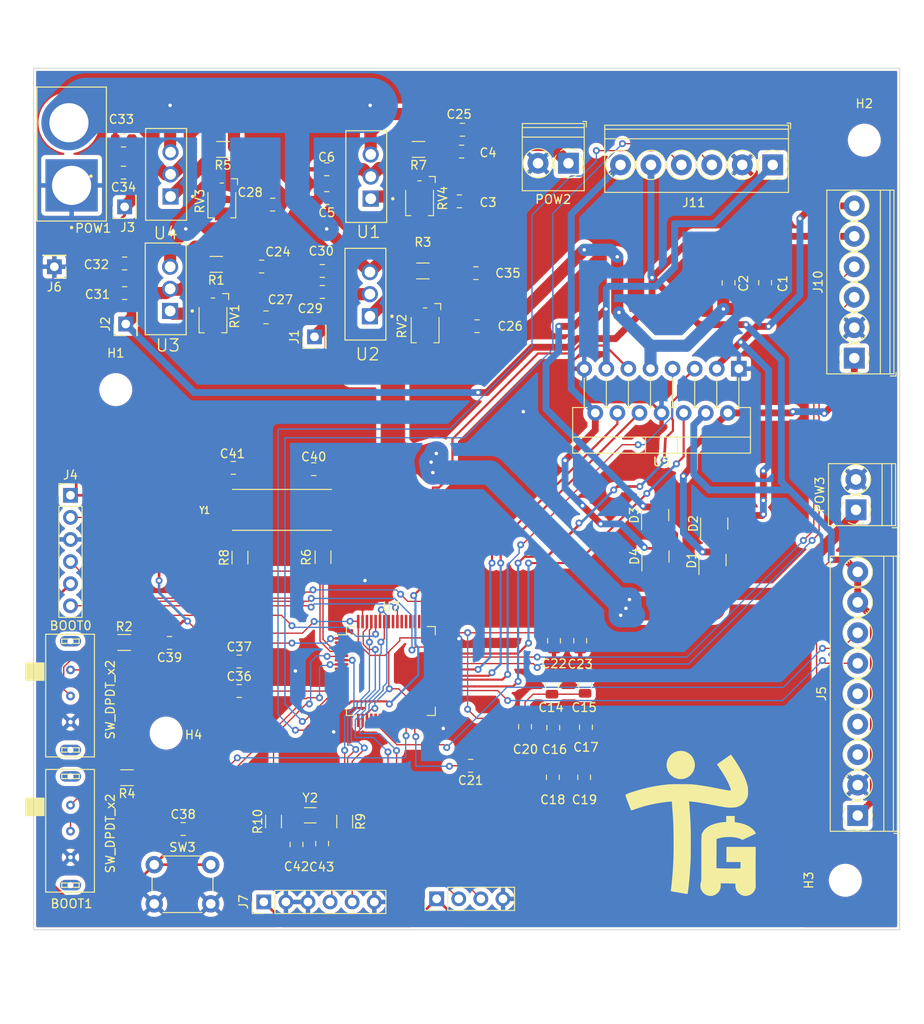
<source format=kicad_pcb>
(kicad_pcb (version 20221018) (generator pcbnew)
  (layers (0 "F.Cu" signal) (31 "B.Cu" signal) (34 "B.Paste" user) (35 "F.Paste" user) (36 "B.SilkS" user "B.Silkscreen") (37 "F.SilkS" user "F.Silkscreen") (38 "B.Mask" user) (39 "F.Mask" user) (44 "Edge.Cuts" user))
  (net 0 "")
  (net 1 "BATTERY_VIN")
  (net 2 "EXT_12")
  (net 3 "EXT_GND")
  (net 4 "STEP_DIR")
  (net 8 "STEP_PWM")
  (net 9 "LIDAR_SCL")
  (net 10 "EXT_3.3")
  (net 11 "Net-(U7-VCAP1)")
  (net 12 "EXT_5")
  (net 13 "Net-(U7-VREF+)")
  (net 14 "NRST")
  (net 15 "Net-(U7-VBAT)")
  (net 16 "Net-(C40-Pad2)")
  (net 17 "Net-(C41-Pad2)")
  (net 18 "Net-(C42-Pad2)")
  (net 19 "Net-(C43-Pad2)")
  (net 20 "SWCLK")
  (net 21 "SWDIO")
  (net 22 "SWO")
  (net 23 "Net-(U7-BOOT0)")
  (net 24 "Net-(U2-GND)")
  (net 25 "Net-(U7-PB2)")
  (net 26 "Net-(U7-PC14)")
  (net 27 "Net-(U7-PC15)")
  (net 28 "Net-(U7-PH1)")
  (net 29 "Net-(U7-PH0)")
  (net 42 "LIDAR_SDA")
  (net 43 "RPI_UART_TX")
  (net 44 "RPI_UART_RX")
  (net 45 "MotorOutB2")
  (net 46 "MotorOutB1")
  (net 47 "MotorOutA2")
  (net 48 "MotorOutA1")
  (net 49 "MotorAIn1")
  (net 50 "MotorAPWM")
  (net 51 "MotorAIn2")
  (net 52 "MotorBIn1")
  (net 53 "MotorBPWM")
  (net 54 "MotorBIn2")
  (net 55 "EncoderAFeedback1")
  (net 56 "EncoderAFeedback2")
  (net 57 "EncoderBFeedback1")
  (net 58 "EncoderBFeedback2")
  (net 75 "12V_IC")
  (net 76 "Net-(U3-GND)")
  (net 77 "Net-(U4-GND)")
  (net 78 "Net-(U1-GND)")
  (net 81 "Net-(BOOT0A-B)")
  (net 82 "Net-(BOOT1A-B)")
  (footprint "Connector_PinHeader_2.54mm:PinHeader_1x01_P2.54mm_Vertical" (layer "F.Cu") (at 23.368 21.463 90)
    (fp_text reference "J3")
    (fp_text value "Conn_01x01")
  )
  (footprint "Package_TO_SOT_SMD:SOT-23" (layer "F.Cu") (at 91.15 57.8625 90)
    (fp_text reference "D2")
    (fp_text value "BAV99")
  )
  (footprint "logos:logo" (layer "F.Cu") (at 90 92.8)
    (fp_text reference "G***" hide)
    (fp_text value "LOGO" hide)
  )
  (footprint "Capacitor_SMD:C_0805_2012Metric" (layer "F.Cu") (at 35.8648 51.4604)
    (fp_text reference "C41")
    (fp_text value "20pF")
  )
  (footprint "Connector_PinHeader_2.54mm:PinHeader_1x01_P2.54mm_Vertical" (layer "F.Cu") (at 15.2908 28.3464 180)
    (fp_text reference "J6")
    (fp_text value "Conn_01x01")
  )
  (footprint "Capacitor_SMD:C_0805_2012Metric" (layer "F.Cu") (at 23.368 27.969 180)
    (fp_text reference "C32")
    (fp_text value "0.1u")
  )
  (footprint "Capacitor_SMD:C_0805_2012Metric" (layer "F.Cu") (at 72.5932 87.0204 -90)
    (fp_text reference "C18")
    (fp_text value "100 nF")
  )
  (footprint "Capacitor_SMD:C_0805_2012Metric" (layer "F.Cu") (at 46.609 17.145 180)
    (fp_text reference "C6")
    (fp_text value "0.1u")
  )
  (footprint "Potentiometer_SMD:Potentiometer_Bourns_TC33X_Vertical" (layer "F.Cu") (at 33.528 34.036 -90)
    (fp_text reference "RV1")
    (fp_text value "400_Potentiometer")
  )
  (footprint "TerminalBlock_Phoenix:TerminalBlock_Phoenix_PT-1,5-6-3.5-H_1x06_P3.50mm_Horizontal" (layer "F.Cu") (at 107.25 38.849 90)
    (fp_text reference "J10")
    (fp_text value "MotorA Out")
  )
  (footprint "Capacitor_SMD:C_0805_2012Metric" (layer "F.Cu") (at 75.7428 71.3232 90)
    (fp_text reference "C23")
    (fp_text value "1uF")
  )
  (footprint "Connector_PinHeader_2.54mm:PinHeader_1x04_P2.54mm_Vertical" (layer "F.Cu") (at 59.2428 100.9904 90)
    (fp_text reference "J9" hide)
    (fp_text value "RPI_UART_Conn")
  )
  (footprint "Package_TO_SOT_SMD:SOT-23" (layer "F.Cu") (at 90.95 62.0625 90)
    (fp_text reference "D1")
    (fp_text value "BAV99")
  )
  (footprint "Crystal:Crystal_SMD_3215-2Pin_3.2x1.5mm" (layer "F.Cu") (at 44.704 91.3892)
    (fp_text reference "Y2")
    (fp_text value "32.768 KHz")
  )
  (footprint "LM1085IT-5.0:TO254P1054X470X1955-3" (layer "F.Cu") (at 51.562 31.496 90)
    (fp_text reference "U2")
    (fp_text value "LM1085-12")
  )
  (footprint "Resistor_SMD:R_1206_3216Metric_Pad1.30x1.75mm_HandSolder" (layer "F.Cu") (at 40.4876 92.1004 90)
    (fp_text reference "R10")
    (fp_text value "0")
  )
  (footprint "MountingHole:MountingHole_3.2mm_M3" (layer "F.Cu") (at 108.4 13.8)
    (fp_text reference "H2")
    (fp_text value "MountingHole")
  )
  (footprint "Capacitor_SMD:C_0805_2012Metric" (layer "F.Cu") (at 23.241 13.843 180)
    (fp_text reference "C33")
    (fp_text value "0.1u")
  )
  (footprint "Capacitor_SMD:C_0805_2012Metric" (layer "F.Cu") (at 72.7328 71.3232 90)
    (fp_text reference "C22")
    (fp_text value "100 nF")
  )
  (footprint "Capacitor_SMD:C_0805_2012Metric" (layer "F.Cu") (at 76.1932 87.0204 -90)
    (fp_text reference "C19")
    (fp_text value "100 nF")
  )
  (footprint "Capacitor_SMD:C_0805_2012Metric" (layer "F.Cu") (at 97 30.1752 90)
    (fp_text reference "C1")
    (fp_text value "100 nF")
  )
  (footprint "Package_TO_SOT_SMD:SOT-23" (layer "F.Cu") (at 84.3584 56.8881 90)
    (fp_text reference "D3")
    (fp_text value "BAV99")
  )
  (footprint "Capacitor_SMD:C_0805_2012Metric" (layer "F.Cu") (at 69.4 81.2 90)
    (fp_text reference "C20")
    (fp_text value "4.7 uF")
  )
  (footprint "Capacitor_SMD:C_0805_2012Metric" (layer "F.Cu") (at 63.754 29.083)
    (fp_text reference "C35")
    (fp_text value "0.47u")
  )
  (footprint "Capacitor_SMD:C_0805_2012Metric" (layer "F.Cu") (at 63.1444 85.6996 180)
    (fp_text reference "C21")
    (fp_text value "4.7uF")
  )
  (footprint "Capacitor_SMD:C_0805_2012Metric" (layer "F.Cu") (at 46.101 31.242 180)
    (fp_text reference "C29")
    (fp_text value "0.1u")
  )
  (footprint "Switch_E-Switch_EG1206A:SLIDE-SWITCH" (layer "F.Cu") (at 15.995 86.918 -90)
    (fp_text reference "BOOT1")
    (fp_text value "SW_DPDT_x2")
  )
  (footprint "Capacitor_SMD:C_0805_2012Metric" (layer "F.Cu") (at 30.0978 92.964)
    (fp_text reference "C38")
    (fp_text value "0.1uF")
  )
  (footprint "Connector_PinHeader_2.54mm:PinHeader_1x01_P2.54mm_Vertical" (layer "F.Cu") (at 45.2 36.4 90)
    (fp_text reference "J1")
    (fp_text value "Conn_01x01")
  )
  (footprint "Capacitor_SMD:C_0805_2012Metric" (layer "F.Cu") (at 40.386 21.209 180)
    (fp_text reference "C28")
    (fp_text value "0.1u")
  )
  (footprint "Capacitor_SMD:C_0805_2012Metric" (layer "F.Cu") (at 28.5344 71.5772 180)
    (fp_text reference "C39")
    (fp_text value "100nF")
  )
  (footprint "Resistor_SMD:R_1206_3216Metric_Pad1.30x1.75mm_HandSolder" (layer "F.Cu") (at 23.6468 87.0712 180)
    (fp_text reference "R4")
    (fp_text value "10k")
  )
  (footprint "Capacitor_SMD:C_0805_2012Metric" (layer "F.Cu") (at 62.103 15.113)
    (fp_text reference "C4")
    (fp_text value "0.47u")
  )
  (footprint "Button_Switch_THT:SW_PUSH_6mm" (layer "F.Cu") (at 26.7728 97.064)
    (fp_text reference "SW3")
    (fp_text value "SW_Push")
  )
  (footprint "Connector_PinHeader_2.54mm:PinHeader_1x06_P2.54mm_Vertical" (layer "F.Cu") (at 39.37 101.346 90)
    (fp_text reference "J7")
    (fp_text value "LIDAR_Connector")
  )
  (footprint "Capacitor_SMD:C_0805_2012Metric" (layer "F.Cu") (at 23.368 31.369 180)
    (fp_text reference "C31")
    (fp_text value "0.1u")
  )
  (footprint "Capacitor_SMD:C_0805_2012Metric" (layer "F.Cu") (at 39.624 34.163)
    (fp_text reference "C27")
    (fp_text value "0.1u")
  )
  (footprint "Package_TO_SOT_THT:TO-220-15_P2.54x2.54mm_StaggerOdd_Lead4.58mm_Vertical" (layer "F.Cu") (at 93.985 40.0642 180)
    (fp_text reference "U5")
    (fp_text value "L298N")
  )
  (footprint "XT60_YELLOW:AMASS_XT60PB-M" (layer "F.Cu") (at 17.272 15.3924 90)
    (fp_text reference "POW1")
    (fp_text value "POWER_IN")
  )
  (footprint "Capacitor_SMD:C_0805_2012Metric" (layer "F.Cu") (at 43.1292 94.742 90)
    (fp_text reference "C42")
    (fp_text value "20pF")
  )
  (footprint "TerminalBlock_Phoenix:TerminalBlock_Phoenix_PT-1,5-2-3.5-H_1x02_P3.50mm_Horizontal" (layer "F.Cu") (at 107.442 56.2864 90)
    (fp_text reference "POW3")
    (fp_text value "Step_Motor_Power_Connector")
  )
  (footprint "Resistor_SMD:R_1206_3216Metric_Pad1.30x1.75mm_HandSolder" (layer "F.Cu") (at 33.909 28.067 180)
    (fp_text reference "R1")
    (fp_text value "121")
  )
  (footprint "MountingHole:MountingHole_3.2mm_M3" (layer "F.Cu") (at 22.352 42.4688)
    (fp_text reference "H1")
    (fp_text value "MountingHole")
  )
  (footprint "Capacitor_SMD:C_0805_2012Metric" (layer "F.Cu") (at 23.241 17.526 180)
    (fp_text reference "C34")
    (fp_text value "0.1u")
  )
  (footprint "Potentiometer_SMD:Potentiometer_Bourns_TC33X_Vertical" (layer "F.Cu") (at 34.544 20.828 -90)
    (fp_text reference "RV3")
    (fp_text value "220_Potentiometer")
  )
  (footprint "Package_QFP:LQFP-64_10x10mm_P0.5mm" (layer "F.Cu") (at 53.975 74.803)
    (fp_text reference "U7")
    (fp_text value "STM32F401RCTx")
  )
  (footprint "Package_TO_SOT_SMD:SOT-23" (layer "F.Cu") (at 84.394 61.6402 90)
    (fp_text reference "D4")
    (fp_text value "BAV99")
  )
  (footprint "Capacitor_SMD:C_0805_2012Metric" (layer "F.Cu") (at 46.609 20.447 180)
    (fp_text reference "C5")
    (fp_text value "0.1u")
  )
  (footprint "Potentiometer_SMD:Potentiometer_Bourns_TC33X_Vertical" (layer "F.Cu") (at 57.912 35.179 -90)
    (fp_text reference "RV2")
    (fp_text value "1120_Potentiometer")
  )
  (footprint "Capacitor_SMD:C_0805_2012Metric" (layer "F.Cu") (at 92.8 30.2 90)
    (fp_text reference "C2")
    (fp_text value "100 nF")
  )
  (footprint "Resistor_SMD:R_1206_3216Metric_Pad1.30x1.75mm_HandSolder" (layer "F.Cu") (at 48.6664 92.1004 -90)
    (fp_text reference "R9")
    (fp_text value "0")
  )
  (footprint "Capacitor_SMD:C_0805_2012Metric" (layer "F.Cu") (at 36.5404 77.1108)
    (fp_text reference "C36")
    (fp_text value "4.7uF")
  )
  (footprint "Capacitor_SMD:C_0805_2012Metric" (layer "F.Cu") (at 46.0756 94.6404 90)
    (fp_text reference "C43")
    (fp_text value "20pF")
  )
  (footprint "Capacitor_SMD:C_0805_2012Metric" (layer "F.Cu") (at 76.4032 81.2648 90)
    (fp_text reference "C17")
    (fp_text value "100 nF")
  )
  (footprint "Potentiometer_SMD:Potentiometer_Bourns_TC33X_Vertical" (layer "F.Cu") (at 57.277 20.574 -90)
    (fp_text reference "RV4")
    (fp_text value "1120_Potentiometer")
  )
  (footprint "Capacitor_SMD:C_0805_2012Metric" (layer "F.Cu") (at 39.116 28.321)
    (fp_text reference "C24")
    (fp_text value "0.47u")
  )
  (footprint "LM1085IT-5.0:TO254P1054X470X1955-3" (layer "F.Cu") (at 28.6004 30.8864 90)
    (fp_text reference "U3")
    (fp_text value "LM1085-5.0")
  )
  (footprint "Capacitor_SMD:C_0805_2012Metric" (layer "F.Cu") (at 46.101 28.829 180)
    (fp_text reference "C30")
    (fp_text value "0.1u")
  )
  (footprint "TerminalBlock_Phoenix:TerminalBlock_Phoenix_PT-1,5-2-3.5-H_1x02_P3.50mm_Horizontal" (layer "F.Cu") (at 74.394 16.448 180)
    (fp_text reference "POW2")
    (fp_text value "Kinect_Power _Connector")
  )
  (footprint "Resistor_SMD:R_1206_3216Metric_Pad1.30x1.75mm_HandSolder" (layer "F.Cu") (at 34.671 14.859 180)
    (fp_text reference "R5")
    (fp_text value "121")
  )
  (footprint "Capacitor_SMD:C_0805_2012Metric" (layer "F.Cu") (at 72.644 81.3156 90)
    (fp_text reference "C16")
    (fp_text value "100 nF")
  )
  (footprint "Resistor_SMD:R_1206_3216Metric_Pad1.30x1.75mm_HandSolder" (layer "F.Cu") (at 46.1772 61.722 -90)
    (fp_text reference "R6")
    (fp_text value "0")
  )
  (footprint "TerminalBlock_Phoenix:TerminalBlock_Phoenix_PT-1,5-6-3.5-H_1x06_P3.50mm_Horizontal" (layer "F.Cu") (at 97.876 16.637 180)
    (fp_text reference "J11")
    (fp_text value "MotorB Out")
  )
  (footprint "Capacitor_SMD:C_0805_2012Metric" (layer "F.Cu") (at 62.2 12.6)
    (fp_text reference "C25")
    (fp_text value "0.47u")
  )
  (footprint "Capacitor_SMD:C_0805_2012Metric" (layer "F.Cu") (at 61.849 20.828)
    (fp_text reference "C3")
    (fp_text value "0.1u")
  )
  (footprint "LM1085IT-5.0:TO254P1054X470X1955-3" (layer "F.Cu") (at 51.6579 17.9832 90)
    (fp_text reference "U1")
    (fp_text value "LM1085-12")
  )
  (footprint "Capacitor_SMD:C_0805_2012Metric" (layer "F.Cu") (at 36.5404 73.7108)
    (fp_text reference "C37")
    (fp_text value "4.7uF")
  )
  (footprint "Resistor_SMD:R_1206_3216Metric_Pad1.30x1.75mm_HandSolder" (layer "F.Cu") (at 57.658 28.829 180)
    (fp_text reference "R3")
    (fp_text value "121")
  )
  (footprint "Capacitor_SMD:C_0805_2012Metric" (layer "F.Cu") (at 63.881 35.179)
    (fp_text reference "C26")
    (fp_text value "0.1u")
  )
  (footprint "TerminalBlock_Phoenix:TerminalBlock_Phoenix_PT-1,5-9-3.5-H_1x09_P3.50mm_Horizontal" (layer "F.Cu") (at 107.6452 91.414 90)
    (fp_text reference "J5")
    (fp_text value "Stepper_Motor_Controller")
  )
  (footprint "Capacitor_SMD:C_0805_2012Metric" (layer "F.Cu") (at 72.4916 76.52 -90)
    (fp_text reference "C14")
    (fp_text value "100 nF")
  )
  (footprint "Resistor_SMD:R_1206_3216Metric_Pad1.30x1.75mm_HandSolder" (layer "F.Cu") (at 36.6268 61.7728 90)
    (fp_text reference "R8")
    (fp_text value "0")
  )
  (footprint "LM1085IT-5.0:TO254P1054X470X1955-3" (layer "F.Cu") (at 28.6455 17.7292 90)
    (fp_text reference "U4")
    (fp_text value "LM1085-3.3")
  )
  (footprint "MountingHole:MountingHole_3.2mm_M3" (layer "F.Cu") (at 106.2228 98.8568 90)
    (fp_text reference "H3")
    (fp_text value "MountingHole")
  )
  (footprint "Resistor_SMD:R_1206_3216Metric_Pad1.30x1.75mm_HandSolder" (layer "F.Cu") (at 23.3172 71.5264)
    (fp_text reference "R2")
    (fp_text value "10k")
  )
  (footprint "Switch_E-Switch_EG1206A:SLIDE-SWITCH" (layer "F.Cu") (at 15.995 71.376 -90)
    (fp_text reference "BOOT0")
    (fp_text value "SW_DPDT_x2")
  )
  (footprint "Connector_PinHeader_2.54mm:PinHeader_1x01_P2.54mm_Vertical" (layer "F.Cu") (at 23.495 34.925 90)
    (fp_text reference "J2")
    (fp_text value "Conn_01x01")
  )
  (footprint "Capacitor_SMD:C_0805_2012Metric" (layer "F.Cu") (at 45.1104 51.6128)
    (fp_text reference "C40")
    (fp_text value "20pF")
  )
  (footprint "Capacitor_SMD:C_0805_2012Metric" (layer "F.Cu") (at 76.3016 76.4184 -90)
    (fp_text reference "C15")
    (fp_text value "100 nF")
  )
  (footprint "Connector_PinHeader_2.54mm:PinHeader_1x06_P2.54mm_Vertical" (layer "F.Cu") (at 17.145 54.61)
    (fp_text reference "J4")
    (fp_text value "Programmer_Conn")
  )
  (footprint "ABLS-25.000MHZ-B2F-T:XTAL_ABLS-25.000MHZ-B2F-T" (layer "F.Cu") (at 41.4528 56.2864)
    (fp_text reference "Y1")
    (fp_text value "25 MHz")
  )
  (footprint "MountingHole:MountingHole_3.2mm_M3" (layer "F.Cu") (at 28.1432 81.9404)
    (fp_text reference "H4")
    (fp_text value "MountingHole")
  )
  (footprint "Resistor_SMD:R_1206_3216Metric_Pad1.30x1.75mm_HandSolder" (layer "F.Cu") (at 57.15 14.859 180)
    (fp_text reference "R7")
    (fp_text value "121")
  )
  (gr_rect (start 12.9032 5.5372) (end 112.4712 104.5464) (stroke (width 0.1)) (fill none) (layer "Edge.Cuts"))
  (segment (start 59.445 10.795) (end 61.25 12.6) (width 1.397) (layer "F.Cu") (net 1))
  (segment (start 30.4 24) (end 30.61 24) (width 1.397) (layer "F.Cu") (net 1))
  (segment (start 53.4625 27.0555) (end 51.562 28.956) (width 1.397) (layer "F.Cu") (net 1))
  (segment (start 61.25 12.6) (end 61.25 15.016) (width 1.397) (layer "F.Cu") (net 1))
  (segment (start 46.6 24) (end 46.606 24) (width 1.397) (layer "F.Cu") (net 1))
  (segment (start 28.575 26.035) (end 28.6004 26.0604) (width 1.397) (layer "F.Cu") (net 1))
  (segment (start 31.496 23.114) (end 32.385 23.114) (width 1.397) (layer "F.Cu") (net 1))
  (segment (start 28.6 15.1437) (end 28.6455 15.1892) (width 1.397) (layer "F.Cu") (net 1))
  (segment (start 51.6325 14) (end 51.6325 12.8835) (width 1.397) (layer "F.Cu") (net 1))
  (segment (start 38.166 23.815) (end 38.166 28.321) (width 1.397) (layer "F.Cu") (net 1))
  (segment (start 53.721 10.795) (end 59.445 10.795) (width 1.397) (layer "F.Cu") (net 1))
  (segment (start 61.25 15.016) (end 61.153 15.113) (width 1.397) (layer "F.Cu") (net 1))
  (segment (start 51.6325 12.8835) (end 53.721 10.795) (width 1.397) (layer "F.Cu") (net 1))
  (segment (start 30.4 24.21) (end 30.4 24) (width 1.397) (layer "F.Cu") (net 1))
  (segment (start 51.6325 14) (end 51.6325 9.8325) (width 1.397) (layer "F.Cu") (net 1))
  (segment (start 46.606 24) (end 51.562 28.956) (width 1.397) (layer "F.Cu") (net 1))
  (segment (start 28.6 9.8) (end 28.6 15.1437) (width 1.397) (layer "F.Cu") (net 1))
  (segment (start 60.7765 27.0555) (end 62.804 29.083) (width 1.397) (layer "F.Cu") (net 1))
  (segment (start 36.1445 23.9265) (end 37.211 22.86) (width 1.397) (layer "F.Cu") (net 1))
  (segment (start 32.8455 23.9265) (end 36.1445 23.9265) (width 1.397) (layer "F.Cu") (net 1))
  (segment (start 32.385 23.114) (end 32.385 23.466) (width 1.397) (layer "F.Cu") (net 1))
  (segment (start 28.6004 26.0604) (end 28.6004 28.3464) (width 1.397) (layer "F.Cu") (net 1))
  (segment (start 28.575 26.035) (end 30.4 24.21) (width 1.397) (layer "F.Cu") (net 1))
  (segment (start 32.385 23.466) (end 32.8455 23.9265) (width 1.397) (layer "F.Cu") (net 1))
  (segment (start 53.4625 27.0555) (end 60.7765 27.0555) (width 1.397) (layer "F.Cu") (net 1))
  (segment (start 30.61 24) (end 31.496 23.114) (width 1.397) (layer "F.Cu") (net 1))
  (segment (start 51.6325 14) (end 51.6579 14.0254) (width 1.397) (layer "F.Cu") (net 1))
  (segment (start 37.211 22.86) (end 38.166 23.815) (width 1.397) (layer "F.Cu") (net 1))
  (segment (start 51.6325 9.8325) (end 51.6 9.8) (width 1.397) (layer "F.Cu") (net 1))
  (segment (start 51.6579 14.0254) (end 51.6579 15.4432) (width 1.397) (layer "F.Cu") (net 1))
  (via (at 28.6 9.8) (size 0.8) (drill 0.4) (layers "F.Cu" "B.Cu") (net 1))
  (via (at 51.6 9.8) (size 0.8) (drill 0.4) (layers "F.Cu" "B.Cu") (net 1))
  (via (at 46.6 24) (size 0.8) (drill 0.4) (layers "F.Cu" "B.Cu") (net 1))
  (via (at 30.4 24) (size 0.8) (drill 0.4) (layers "F.Cu" "B.Cu") (net 1))
  (segment (start 33.6 20.8) (end 33.6 9.8) (width 2.794) (layer "B.Cu") (net 1))
  (segment (start 28.6 9.8) (end 33.6 9.8) (width 6.35) (layer "B.Cu") (net 1))
  (segment (start 33.6 9.8) (end 43.2 9.8) (width 6.35) (layer "B.Cu") (net 1))
  (segment (start 43.2 20.6) (end 43.2 9.8) (width 2.794) (layer "B.Cu") (net 1))
  (segment (start 18.9594 9.8) (end 16.967 11.7924) (width 6.35) (layer "B.Cu") (net 1))
  (segment (start 28.6 9.8) (end 18.9594 9.8) (width 6.35) (layer "B.Cu") (net 1))
  (segment (start 30.4 24) (end 33.6 20.8) (width 2.794) (layer "B.Cu") (net 1))
  (segment (start 43.2 9.8) (end 51.6 9.8) (width 6.35) (layer "B.Cu") (net 1))
  (segment (start 46.6 24) (end 43.2 20.6) (width 2.794) (layer "B.Cu") (net 1))
  (segment (start 92.6558 65.9442) (end 91 67.6) (width 1.397) (layer "F.Cu") (net 2))
  (segment (start 62.931 35.179) (end 62.931 32.552) (width 1.397) (layer "F.Cu") (net 2))
  (segment (start 56 50.8) (end 59.2 49.8) (width 2.794) (layer "F.Cu") (net 2))
  (segment (start 92.2 33.2) (end 94.9252 33.2) (width 1.397) (layer "F.Cu") (net 2))
  (segment (start 49.718 31.496) (end 47.051 28.829) (width 1.397) (layer "F.Cu") (net 2))
  (segment (start 85.344 67.456) (end 85.2 67.6) (width 0.7874) (layer "F.Cu") (net 2))
  (segment (start 47.051 28.829) (end 47.051 31.242) (width 1.397) (layer "F.Cu") (net 2))
  (segment (start 85.3084 57.8256) (end 86.6 59.1172) (width 0.7874) (layer "F.Cu") (net 2))
  (segment (start 47.051 34.549) (end 45.2 36.4) (width 1.397) (layer "F.Cu") (net 2))
  (segment (start 62.931 32.552) (end 59.208 28.829) (width 1.397) (layer "F.Cu") (net 2))
  (segment (start 47.051 38.651) (end 47.051 34.549) (width 1.397) (layer "F.Cu") (net 2))
  (segment (start 85.344 62.5777) (end 85.344 67.456) (width 0.7874) (layer "F.Cu") (net 2))
  (segment (start 54.2 36.994) (end 54.2 41) (width 1.397) (layer "F.Cu") (net 2))
  (segment (start 49.4 41) (end 47.051 38.651) (width 1.397) (layer "F.Cu") (net 2))
  (segment (start 54.2 41) (end 49.4 41) (width 1.397) (layer "F.Cu") (net 2))
  (segment (start 69.2 33.4) (end 76.2 26.4) (width 1.397) (layer "F.Cu") (net 2))
  (segment (start 56 50.8) (end 57.6 50.8) (width 2.794) (layer "F.Cu") (net 2))
  (segment (start 56.218 34.976) (end 54.2 36.994) (width 1.397) (layer "F.Cu") (net 2))
  (segment (start 54.2 49) (end 56 50.8) (width 2.794) (layer "F.Cu") (net 2))
  (segment (start 93.8 60.5) (end 93.8 64.8) (width 0.7874) (layer "F.Cu") (net 2))
  (segment (start 92.1 58.8) (end 93.8 60.5) (width 0.7874) (layer "F.Cu") (net 2))
  (segment (start 92.2 31.75) (end 92.8 31.15) (width 1.397) (layer "F.Cu") (net 2))
  (segment (start 81 67.6) (end 85.2 67.6) (width 2.794) (layer "F.Cu") (net 2))
  (segment (start 49.718 31.496) (end 51.562 31.496) (width 1.397) (layer "F.Cu") (net 2))
  (segment (start 86.6 67.4) (end 86.4 67.6) (width 0.7874) (layer "F.Cu") (net 2))
  (segment (start 60.312 34.976) (end 56.218 34.976) (width 1.397) (layer "F.Cu") (net 2))
  (segment (start 57.6 50.8) (end 58.8 52) (width 2.794) (layer "F.Cu") (net 2))
  (segment (start 54.2 41) (end 54.2 44.6) (width 2.794) (layer "F.Cu") (net 2))
  (segment (start 47.051 31.242) (end 47.051 34.549) (width 1.397) (layer "F.Cu") (net 2))
  (segment (start 98.377 65.9442) (end 107.442 56.8792) (width 1.397) (layer "F.Cu") (net 2))
  (segment (start 94.9252 33.2) (end 97 31.1252) (width 1.397) (layer "F.Cu") (net 2))
  (segment (start 93.8 64.8) (end 92.6558 65.9442) (width 0.7874) (layer "F.Cu") (net 2))
  (segment (start 61.888 33.4) (end 60.312 34.976) (width 1.397) (layer "F.Cu") (net 2))
  (segment (start 91.9 63) (end 91.9 65.1884) (width 0.7874) (layer "F.Cu") (net 2))
  (segment (start 80 27.2) (end 80 33.4) (width 1.397) (layer "F.Cu") (net 2))
  (segment (start 86.6 59.1172) (end 86.6 67.4) (width 0.7874) (layer "F.Cu") (net 2))
  (segment (start 54.2 44.6) (end 54.2 49) (width 2.794) (layer "F.Cu") (net 2))
  (segment (start 89.2 67.6) (end 91 67.6) (width 2.794) (layer "F.Cu") (net 2))
  (segment (start 92.2 33.2) (end 92.2 31.75) (width 1.397) (layer "F.Cu") (net 2))
  (segment (start 92.6558 65.9442) (end 98.377 65.9442) (width 1.397) (layer "F.Cu") (net 2))
  (segment (start 61.888 33.4) (end 69.2 33.4) (width 1.397) (layer "F.Cu") (net 2))
  (segment (start 91.9 65.1884) (end 92.6558 65.9442) (width 0.7874) (layer "F.Cu") (net 2))
  (segment (start 85.2 67.6) (end 89.2 67.6) (width 2.794) (layer "F.Cu") (net 2))
  (segment (start 107.442 56.8792) (end 107.442 56.2864) (width 1.397) (layer "F.Cu") (net 2))
  (segment (start 80.2 33.6) (end 80 33.4) (width 1.397) (layer "F.Cu") (net 2))
  (via (at 58.8 52) (size 0.8) (drill 0.4) (layers "F.Cu" "B.Cu") (net 2))
  (via (at 80.4 68.4) (size 0.8) (drill 0.4) (layers "F.Cu" "B.Cu") (net 2))
  (via (at 81 67.6) (size 0.8) (drill 0.4) (layers "F.Cu" "B.Cu") (net 2))
  (via (at 80.2 33.6) (size 0.8) (drill 0.4) (layers "F.Cu" "B.Cu") (net 2))
  (via (at 76.2 26.4) (size 0.8) (drill 0.4) (layers "F.Cu" "B.Cu") (net 2))
  (via (at 58.6 50.8) (size 0.8) (drill 0.4) (layers "F.Cu" "B.Cu") (net 2))
  (via (at 81.4 66.6) (size 0.8) (drill 0.4) (layers "F.Cu" "B.Cu") (net 2))
  (via (at 92.2 33.2) (size 0.8) (drill 0.4) (layers "F.Cu" "B.Cu") (net 2))
  (via (at 59.2 49.8) (size 0.8) (drill 0.4) (layers "F.Cu" "B.Cu") (net 2))
  (via (at 80 27.2) (size 0.8) (drill 0.4) (layers "F.Cu" "B.Cu") (net 2))
  (segment (start 58.6 50.8) (end 58.8 52) (width 2.794) (layer "B.Cu") (net 2))
  (segment (start 58.6 50.8) (end 59.8 52) (width 2.794) (layer "B.Cu") (net 2))
  (segment (start 81.4 66.6) (end 81.4 68) (width 2.794) (layer "B.Cu") (net 2))
  (segment (start 80.4 68.4) (end 80.4 67) (width 2.794) (layer "B.Cu") (net 2))
  (segment (start 80 66.6) (end 81.4 66.6) (width 2.794) (layer "B.Cu") (net 2))
  (segment (start 83.825 37.425) (end 80.2 33.8) (width 1.397) (layer "B.Cu") (net 2))
  (segment (start 59.2 50.2) (end 58.6 50.8) (width 2.794) (layer "B.Cu") (net 2))
  (segment (start 79.2 26.4) (end 80 27.2) (width 1.397) (layer "B.Cu") (net 2))
  (segment (start 83.825 40.0642) (end 83.825 37.425) (width 1.397) (layer "B.Cu") (net 2))
  (segment (start 59.8 52) (end 65.4 52) (width 2.794) (layer "B.Cu") (net 2))
  (segment (start 65.4 52) (end 80 66.6) (width 2.794) (layer "B.Cu") (net 2))
  (segment (start 81.4 68) (end 81.8 68.4) (width 2.794) (layer "B.Cu") (net 2))
  (segment (start 76.2 26.4) (end 79.2 26.4) (width 1.397) (layer "B.Cu") (net 2))
  (segment (start 80.4 67) (end 81 67.6) (width 2.794) (layer "B.Cu") (net 2))
  (segment (start 87.975 37.425) (end 92.2 33.2) (width 1.397) (layer "B.Cu") (net 2))
  (segment (start 83.825 37.425) (end 87.975 37.425) (width 1.397) (layer "B.Cu") (net 2))
  (segment (start 81.8 68.4) (end 80.4 68.4) (width 2.794) (layer "B.Cu") (net 2))
  (segment (start 59.2 49.8) (end 59.2 50.2) (width 2.794) (layer "B.Cu") (net 2))
  (segment (start 80.2 33.8) (end 80.2 33.6) (width 1.397) (layer "B.Cu") (net 2))
  (segment (start 70.3082 43.8918) (end 69.2 45) (width 0.3048) (layer "F.Cu") (net 3))
  (segment (start 57.225 81.425) (end 57.328 81.528) (width 0.15) (layer "F.Cu") (net 3))
  (segment (start 50.172975 81.8) (end 47.4 81.8) (width 0.15) (layer "F.Cu") (net 3))
  (segment (start 50.725 64.675) (end 51 64.4) (width 0.15) (layer "F.Cu") (net 3))
  (segment (start 50.725 81.247975) (end 50.172975 81.8) (width 0.15) (layer "F.Cu") (net 3))
  (segment (start 85.095 45.1442) (end 83.8426 43.8918) (width 0.3048) (layer "F.Cu") (net 3))
  (segment (start 64.831 35.628224) (end 64.831 35.179) (width 1.397) (layer "F.Cu") (net 3))
  (segment (start 61.3303 71.553) (end 61.8 71.0833) (width 0.15) (layer "F.Cu") (net 3))
  (segment (start 59.65 71.553) (end 61.3303 71.553) (width 0.15) (layer "F.Cu") (net 3))
  (segment (start 58.0855 36.8025) (end 63.656724 36.8025) (width 1.397) (layer "F.Cu") (net 3))
  (segment (start 57.225 80.478) (end 57.225 81.425) (width 0.15) (layer "F.Cu") (net 3))
  (segment (start 50.725 80.478) (end 50.725 81.247975) (width 0.15) (layer "F.Cu") (net 3))
  (segment (start 59.872 81.528) (end 60 81.4) (width 0.15) (layer "F.Cu") (net 3))
  (segment (start 48.3 76.553) (end 44.753 76.553) (width 0.15) (layer "F.Cu") (net 3))
  (segment (start 83.8426 43.8918) (end 70.3082 43.8918) (width 0.3048) (layer "F.Cu") (net 3))
  (segment (start 57.328 81.528) (end 59.872 81.528) (width 0.15) (layer "F.Cu") (net 3))
  (segment (start 57.912 36.629) (end 58.0855 36.8025) (width 1.397) (layer "F.Cu") (net 3))
  (segment (start 76.2 75.57) (end 76.3016 75.4684) (width 0.15) (layer "F.Cu") (net 3))
  (segment (start 44.753 76.553) (end 43 74.8) (width 0.15) (layer "F.Cu") (net 3))
  (segment (start 63.656724 36.8025) (end 64.831 35.628224) (width 1.397) (layer "F.Cu") (net 3))
  (segment (start 50.725 69.128) (end 50.725 64.675) (width 0.15) (layer "F.Cu") (net 3))
  (via (at 51 64.4) (size 0.8) (drill 0.4) (layers "F.Cu" "B.Cu") (net 3))
  (via (at 61.8 71.0833) (size 0.8) (drill 0.4) (layers "F.Cu" "B.Cu") (net 3))
  (via (at 47.4 81.8) (size 0.8) (drill 0.4) (layers "F.Cu" "B.Cu") (net 3))
  (via (at 69.2 45) (size 0.8) (drill 0.4) (layers "F.Cu" "B.Cu") (net 3))
  (via (at 60 81.4) (size 0.8) (drill 0.4) (layers "F.Cu" "B.Cu") (net 3))
  (via (at 43 74.8) (size 0.8) (drill 0.4) (layers "F.Cu" "B.Cu") (net 3))
  (segment (start 61.8 71.0833) (end 61.6 70.8833) (width 0.15) (layer "B.Cu") (net 3))
  (segment (start 67.4 78.2) (end 66.253 77.053) (width 0.15) (layer "F.Cu") (net 4))
  (segment (start 66.253 77.053) (end 59.65 77.053) (width 0.15) (layer "F.Cu") (net 4))
  (segment (start 103.906134 73.914) (end 107.6452 73.914) (width 0.15) (layer "F.Cu") (net 4))
  (segment (start 103.592134 73.6) (end 103.906134 73.914) (width 0.15) (layer "F.Cu") (net 4))
  (via (at 103.592134 73.6) (size 0.8) (drill 0.4) (layers "F.Cu" "B.Cu") (net 4))
  (via (at 67.4 78.2) (size 0.8) (drill 0.4) (layers "F.Cu" "B.Cu") (net 4))
  (segment (start 103.592134 73.6) (end 98.992134 78.2) (width 0.15) (layer "B.Cu") (net 4))
  (segment (start 98.992134 78.2) (end 67.4 78.2) (width 0.15) (layer "B.Cu") (net 4))
  (segment (start 60.07765 83.27765) (end 54.67765 83.27765) (width 0.15) (layer "F.Cu") (net 8))
  (segment (start 60.4 83.6) (end 60.07765 83.27765) (width 0.15) (layer "F.Cu") (net 8))
  (segment (start 52.725 81.325) (end 52.725 80.478) (width 0.15) (layer "F.Cu") (net 8))
  (segment (start 54.67765 83.27765) (end 52.725 81.325) (width 0.15) (layer "F.Cu") (net 8))
  (segment (start 105.8592 72.2) (end 107.6452 70.414) (width 0.15) (layer "F.Cu") (net 8))
  (segment (start 103.592134 72.2) (end 105.8592 72.2) (width 0.15) (layer "F.Cu") (net 8))
  (via (at 103.592134 72.2) (size 0.8) (drill 0.4) (layers "F.Cu" "B.Cu") (net 8))
  (via (at 60.4 83.6) (size 0.8) (drill 0.4) (layers "F.Cu" "B.Cu") (net 8))
  (segment (start 67.325 76.675) (end 60.4 83.6) (width 0.15) (layer "B.Cu") (net 8))
  (segment (start 103.592134 72.2) (end 99.117134 76.675) (width 0.15) (layer "B.Cu") (net 8))
  (segment (start 99.117134 76.675) (end 67.325 76.675) (width 0.15) (layer "B.Cu") (net 8))
  (segment (start 49.1236 89.5096) (end 49.393062 89.5096) (width 0.15) (layer "F.Cu") (net 9))
  (segment (start 51.5112 71.4897) (end 51.5112 70.111775) (width 0.15) (layer "F.Cu") (net 9))
  (segment (start 49.8856 94.198662) (end 49.393062 94.6912) (width 0.15) (layer "F.Cu") (net 9))
  (segment (start 51.5112 70.111775) (end 51.725 69.897975) (width 0.15) (layer "F.Cu") (net 9))
  (segment (start 49.9364 83.82) (end 49.0164 84.74) (width 0.15) (layer "F.Cu") (net 9))
  (segment (start 47.1932 101.1428) (end 46.99 101.346) (width 0.15) (layer "F.Cu") (net 9))
  (segment (start 49.8856 90.002138) (end 49.8856 94.198662) (width 0.15) (layer "F.Cu") (net 9))
  (segment (start 51.725 69.897975) (end 51.725 69.128) (width 0.15) (layer "F.Cu") (net 9))
  (segment (start 49.393062 89.5096) (end 49.8856 90.002138) (width 0.15) (layer "F.Cu") (net 9))
  (segment (start 49.0164 84.74) (end 49.0164 89.4024) (width 0.15) (layer "F.Cu") (net 9))
  (segment (start 47.1932 94.6912) (end 47.1932 101.1428) (width 0.15) (layer "F.Cu") (net 9))
  (segment (start 49.393062 94.6912) (end 47.1932 94.6912) (width 0.15) (layer "F.Cu") (net 9))
  (segment (start 49.0164 89.4024) (end 49.1236 89.5096) (width 0.15) (layer "F.Cu") (net 9))
  (via (at 49.9364 83.82) (size 0.8) (drill 0.4) (layers "F.Cu" "B.Cu") (net 9))
  (via (at 51.5112 71.4897) (size 0.8) (drill 0.4) (layers "F.Cu" "B.Cu") (net 9))
  (segment (start 50.0888 79.0844) (end 50.0888 78.5368) (width 0.15) (layer "B.Cu") (net 9))
  (segment (start 49.9364 83.82) (end 49.4284 83.312) (width 0.15) (layer "B.Cu") (net 9))
  (segment (start 49.4284 83.312) (end 49.0164 83.312) (width 0.15) (layer "B.Cu") (net 9))
  (segment (start 49.0164 83.312) (end 49.0164 80.1568) (width 0.15) (layer "B.Cu") (net 9))
  (segment (start 50.0888 78.5368) (end 51.5112 77.1144) (width 0.15) (layer "B.Cu") (net 9))
  (segment (start 51.5112 77.1144) (end 51.5112 71.4897) (width 0.15) (layer "B.Cu") (net 9))
  (segment (start 49.0164 80.1568) (end 50.0888 79.0844) (width 0.15) (layer "B.Cu") (net 9))
  (segment (start 57.725 80.478) (end 57.725 79.708025) (width 0.15) (layer "F.Cu") (net 10))
  (segment (start 51.225 79.708025) (end 51.225 80.478) (width 0.15) (layer "F.Cu") (net 10))
  (segment (start 72.4916 77.47) (end 70.33 77.47) (width 0.15) (layer "F.Cu") (net 10))
  (segment (start 17.8 53.955) (end 17.145 54.61) (width 0.3048) (layer "F.Cu") (net 10))
  (segment (start 72.4916 77.47) (end 76.2 77.47) (width 0.15) (layer "F.Cu") (net 10))
  (segment (start 17.8 28) (end 17.8 53.955) (width 0.3048) (layer "F.Cu") (net 10))
  (segment (start 53.73535 76.78604) (end 53.797799 76.848489) (width 0.15) (layer "F.Cu") (net 10))
  (segment (start 30.0871 69.0745) (end 27.5844 71.5772) (width 0.3048) (layer "F.Cu") (net 10))
  (segment (start 24.191 13.843) (end 24.191 17.526) (width 1.397) (layer "F.Cu") (net 10))
  (segment (start 68 80.25) (end 68 86.2) (width 0.15) (layer "F.Cu") (net 10))
  (segment (start 62.8 70.4088) (end 72.6972 70.4088) (width 0.15) (layer "F.Cu") (net 10))
  (segment (start 55 71) (end 59.597 71) (width 0.15) (layer "F.Cu") (net 10))
  (segment (start 62.8 70.4088) (end 62.8 70.4) (width 0.15) (layer "F.Cu") (net 10))
  (segment (start 30.861 15.791) (end 28.9228 17.7292) (width 1.397) (layer "F.Cu") (net 10))
  (segment (start 52.140761 79.1035) (end 51.829525 79.1035) (width 0.15) (layer "F.Cu") (net 10))
  (segment (start 41.336 19.974) (end 41.336 21.209) (width 1.397) (layer "F.Cu") (net 10))
  (segment (start 53.73535 72.58215) (end 55 71.3175) (width 0.15) (layer "F.Cu") (net 10))
  (segment (start 68 86.2) (end 69.7704 87.9704) (width 0.15) (layer "F.Cu") (net 10))
  (segment (start 50.225 71.653069) (end 51.579999 73.008068) (width 0.15) (layer "F.Cu") (net 10))
  (segment (start 35.941 14.579) (end 36.221 14.859) (width 1.397) (layer "F.Cu") (net 10))
  (segment (start 72.644 80.3656) (end 76.3524 80.3656) (width 0.15) (layer "F.Cu") (net 10))
  (segment (start 24.1808 54.61) (end 24.6888 55.118) (width 0.3048) (layer "F.Cu") (net 10))
  (segment (start 30.6 69.0745) (end 31.9851 70.4596) (width 0.15) (layer "F.Cu") (net 10))
  (segment (start 30.861 13.081) (end 32.058 11.884) (width 1.397) (layer "F.Cu") (net 10))
  (segment (start 54.865464 76.848489) (end 53.797799 76.848489) (width 0.15) (layer "F.Cu") (net 10))
  (segment (start 76.3524 80.3656) (end 76.4032 80.3148) (width 0.15) (layer "F.Cu") (net 10))
  (segment (start 62.8 79.2) (end 63.85 80.25) (width 0.15) (layer "F.Cu") (net 10))
  (segment (start 24.6888 55.118) (end 27.3304 57.7596) (width 0.3048) (layer "F.Cu") (net 10))
  (segment (start 43.8037 70.4596) (end 45.1527 69.1106) (width 0.15) (layer "F.Cu") (net 10))
  (segment (start 28.9228 17.7292) (end 28.6455 17.7292) (width 1.397) (layer "F.Cu") (net 10))
  (segment (start 59.65 71.0076) (end 60.2488 70.4088) (width 0.15) (layer "F.Cu") (net 10))
  (segment (start 63.85 80.25) (end 68 80.25) (width 0.15) (layer "F.Cu") (net 10))
  (segment (start 32.058 11.884) (end 35.941 11.884) (width 1.397) (layer "F.Cu") (net 10))
  (segment (start 69.4 80.25) (end 72.5284 80.25) (width 0.15) (layer "F.Cu") (net 10))
  (segment (start 24.4856 74.676) (end 27.5844 71.5772) (width 0.15) (layer "F.Cu") (net 10))
  (segment (start 27.3304 57.7596) (end 27.3304 64.4144) (width 0.3048) (layer "F.Cu") (net 10))
  (segment (start 49.276 69.088) (end 50.185 69.088) (width 0.15) (layer "F.Cu") (net 10))
  (segment (start 24.191 20.64) (end 23.368 21.463) (width 1.397) (layer "F.Cu") (net 10))
  (segment (start 19.7104 87.6526) (end 19.7104 74.676) (width 0.15) (layer "F.Cu") (net 10))
  (segment (start 28.0772 17.7292) (end 28.6455 17.7292) (width 1.397) (layer "F.Cu") (net 10))
  (segment (start 30.861 15.791) (end 30.861 13.081) (width 1.397) (layer "F.Cu") (net 10))
  (segment (start 53.309432 73.008068) (end 53.73535 72.58215) (width 0.15) (layer "F.Cu") (net 10))
  (segment (start 23.368 22.432) (end 17.8 28) (width 0.3048) (layer "F.Cu") (net 10))
  (segment (start 36.221 14.859) (end 41.336 19.974) (width 1.397) (layer "F.Cu") (net 10))
  (segment (start 30.6 69.0745) (end 30.0871 69.0745) (width 0.3048) (layer "F.Cu") (net 10))
  (segment (start 70.33 77.47) (end 69.4 78.4) (width 0.15) (layer "F.Cu") (net 10))
  (segment (start 35.941 11.884) (end 35.941 14.579) (width 1.397) (layer "F.Cu") (net 10))
  (segment (start 51.829525 79.1035) (end 51.225 79.708025) (width 0.15) (layer "F.Cu") (net 10))
  (segment (start 76.1932 87.9704) (end 72.5932 87.9704) (width 0.15) (layer "F.Cu") (net 10))
  (segment (start 57.725 79.708025) (end 54.865464 76.848489) (width 0.15) (layer "F.Cu") (net 10))
  (segment (start 17.145 74.676) (end 19.7104 74.676) (width 0.15) (layer "F.Cu") (net 10))
  (segment (start 55 71.3175) (end 55 71) (width 0.15) (layer "F.Cu") (net 10))
  (segment (start 76.2 77.47) (end 76.3016 77.3684) (width 0.15) (layer "F.Cu") (net 10))
  (segment (start 72.7328 70.3732) (end 75.7428 70.3732) (width 0.15) (layer "F.Cu") (net 10))
  (segment (start 50.225 69.128) (end 50.225 71.653069) (width 0.15) (layer "F.Cu") (net 10))
  (segment (start 60.2488 70.4088) (end 62.8 70.4088) (width 0.15) (layer "F.Cu") (net 10))
  (segment (start 31.9851 70.4596) (end 43.8037 70.4596) (width 0.15) (layer "F.Cu") (net 10))
  (segment (start 53.73535 72.58215) (end 53.73535 76.78604) (width 0.15) (layer "F.Cu") (net 10))
  (segment (start 51.579999 73.008068) (end 53.309432 73.008068) (width 0.15) (layer "F.Cu") (net 10))
  (segment (start 17.145 54.61) (end 24.1808 54.61) (width 0.3048) (layer "F.Cu") (net 10))
  (segment (start 68 80.25) (end 69.4 80.25) (width 0.15) (layer "F.Cu") (net 10))
  (segment (start 24.191 13.843) (end 28.0772 17.7292) (width 1.397) (layer "F.Cu") (net 10))
  (segment (start 69.7704 87.9704) (end 72.5932 87.9704) (width 0.15) (layer "F.Cu") (net 10))
  (segment (start 50.185 69.088) (end 50.225 69.128) (width 0.15) (layer "F.Cu") (net 10))
  (segment (start 69.4 78.4) (end 69.4 80.25) (width 0.15) (layer "F.Cu") (net 10))
  (segment (start 24.191 17.526) (end 24.191 20.64) (width 1.397) (layer "F.Cu") (net 10))
  (segment (start 23.368 21.463) (end 23.368 22.432) (width 0.3048) (layer "F.Cu") (net 10))
  (segment (start 72.6972 70.4088) (end 72.7328 70.3732) (width 0.15) (layer "F.Cu") (net 10))
  (segment (start 72.5284 80.25) (end 72.644 80.3656) (width 0.15) (layer "F.Cu") (net 10))
  (segment (start 17.145 90.218) (end 19.7104 87.6526) (width 0.15) (layer "F.Cu") (net 10))
  (segment (start 19.7104 74.676) (end 24.4856 74.676) (width 0.15) (layer "F.Cu") (net 10))
  (via (at 52.140761 79.1035) (size 0.8) (drill 0.4) (layers "F.Cu" "B.Cu") (net 10))
  (via (at 53.797799 76.848489) (size 0.8) (drill 0.4) (layers "F.Cu" "B.Cu") (net 10))
  (via (at 49.276 69.088) (size 0.8) (drill 0.4) (layers "F.Cu" "B.Cu") (net 10))
  (via (at 62.8 70.4) (size 0.8) (drill 0.4) (layers "F.Cu" "B.Cu") (net 10))
  (via (at 30.6 69.0745) (size 0.8) (drill 0.4) (layers "F.Cu" "B.Cu") (net 10))
  (via (at 45.1527 69.1106) (size 0.8) (drill 0.4) (layers "F.Cu" "B.Cu") (net 10))
  (via (at 27.3304 64.4144) (size 0.8) (drill 0.4) (layers "F.Cu" "B.Cu") (net 10))
  (via (at 62.8 79.2) (size 0.8) (drill 0.4) (layers "F.Cu" "B.Cu") (net 10))
  (segment (start 30.6 69.0745) (end 27.3304 65.8049) (width 0.3048) (layer "B.Cu") (net 10))
  (segment (start 53.797799 76.848489) (end 53.757007 76.848489) (width 0.15) (layer "B.Cu") (net 10))
  (segment (start 53.757007 76.848489) (end 52.140761 78.464735) (width 0.15) (layer "B.Cu") (net 10))
  (segment (start 49.2534 69.1106) (end 49.276 69.088) (width 0.15) (layer "B.Cu") (net 10))
  (segment (start 45.1527 69.1106) (end 49.2534 69.1106) (width 0.15) (layer "B.Cu") (net 10))
  (segment (start 27.3304 65.8049) (end 27.3304 64.4144) (width 0.3048) (layer "B.Cu") (net 10))
  (segment (start 62.8 70.4) (end 62.8 79.2) (width 0.15) (layer "B.Cu") (net 10))
  (segment (start 52.140761 78.464735) (end 52.140761 79.1035) (width 0.15) (layer "B.Cu") (net 10))
  (segment (start 56.8452 82.3468) (end 56.725 82.2266) (width 0.15) (layer "F.Cu") (net 11))
  (segment (start 60.7568 85.6996) (end 60.706 85.7504) (width 0.15) (layer "F.Cu") (net 11))
  (segment (start 56.725 82.2266) (end 56.725 80.478) (width 0.15) (layer "F.Cu") (net 11))
  (segment (start 62.1944 85.6996) (end 60.7568 85.6996) (width 0.15) (layer "F.Cu") (net 11))
  (via (at 56.8452 82.3468) (size 0.8) (drill 0.4) (layers "F.Cu" "B.Cu") (net 11))
  (via (at 60.706 85.7504) (size 0.8) (drill 0.4) (layers "F.Cu" "B.Cu") (net 11))
  (segment (start 56.8452 85.7504) (end 56.8452 82.3468) (width 0.15) (layer "B.Cu") (net 11))
  (segment (start 60.706 85.7504) (end 56.8452 85.7504) (width 0.15) (layer "B.Cu") (net 11))
  (segment (start 35.459 28.067) (end 38.674 31.282) (width 1.397) (layer "F.Cu") (net 12))
  (segment (start 29.890218 30.988) (end 30.734 30.144218) (width 1.397) (layer "F.Cu") (net 12))
  (segment (start 56.1392 104.094) (end 41.6052 104.094) (width 0.3048) (layer "F.Cu") (net 12))
  (segment (start 29.890218 30.988) (end 28.702 30.988) (width 1.397) (layer "F.Cu") (net 12))
  (segment (start 84 29.6) (end 84 32.4) (width 0.7874) (layer "F.Cu") (net 12))
  (segment (start 79.8 36.6) (end 75.4 36.6) (width 0.7874) (layer "F.Cu") (net 12))
  (segment (start 24.318 34.102) (end 24.318 31.369) (width 1.397) (layer "F.Cu") (net 12))
  (segment (start 33.427 26.035) (end 35.459 28.067) (width 1.397) (layer "F.Cu") (net 12))
  (segment (start 24.318 31.369) (end 28.1178 31.369) (width 1.397) (layer "F.Cu") (net 12))
  (segment (start 89.4 35) (end 84 29.6) (width 0.7874) (layer "F.Cu") (net 12))
  (segment (start 102.917634 63.682366) (end 104.6 62) (width 0.15) (layer "F.Cu") (net 12))
  (segment (start 102.917634 101.7016) (end 102.917634 63.682366) (width 0.15) (layer "F.Cu") (net 12))
  (segment (start 88.751 24.849) (end 84 29.6) (width 0.7874) (layer "F.Cu") (net 12))
  (segment (start 94.8 35) (end 89.4 35) (width 0.7874) (layer "F.Cu") (net 12))
  (segment (start 24.318 27.969) (end 24.318 31.369) (width 1.397) (layer "F.Cu") (net 12))
  (segment (start 23.495 34.925) (end 24.318 34.102) (width 1.397) (layer "F.Cu") (net 12))
  (segment (start 74.4063 37.5937) (end 70.2063 37.5937) (width 0.7874) (layer "F.Cu") (net 12))
  (segment (start 107.6452 63.414) (end 107.6452 66.914) (width 0.7874) (layer "F.Cu") (net 12))
  (segment (start 84 32.4) (end 79.8 36.6) (width 0.7874) (layer "F.Cu") (net 12))
  (segment (start 70.2063 37.5937) (end 65 42.8) (width 0.7874) (layer "F.Cu") (net 12))
  (segment (start 28.702 30.988) (end 28.6004 30.8864) (width 1.397) (layer "F.Cu") (net 12))
  (segment (start 30.734 30.144218) (end 30.734 26.797) (width 1.397) (layer "F.Cu") (net 12))
  (segment (start 41.6052 103.5812) (end 39.37 101.346) (width 0.3048) (layer "F.Cu") (net 12))
  (segment (start 28.1178 31.369) (end 28.6004 30.8864) (width 1.397) (layer "F.Cu") (net 12))
  (segment (start 109.4389 89.6203) (end 107.6452 91.414) (width 0.7874) (layer "F.Cu") (net 12))
  (segment (start 31.496 26.035) (end 33.427 26.035) (width 1.397) (layer "F.Cu") (net 12))
  (segment (start 62.3248 104.0724) (end 59.2428 100.9904) (width 0.3048) (layer "F.Cu") (net 12))
  (segment (start 38.674 31.282) (end 38.674 34.163) (width 1.397) (layer "F.Cu") (net 12))
  (segment (start 75.4 36.6) (end 74.4063 37.5937) (width 0.7874) (layer "F.Cu") (net 12))
  (segment (start 100.546834 104.0724) (end 102.917634 101.7016) (width 0.3048) (layer "F.Cu") (net 12))
  (segment (start 109.4389 68.7077) (end 109.4389 89.6203) (width 0.7874) (layer "F.Cu") (net 12))
  (segment (start 65 42.8) (end 64 42.8) (width 0.7874) (layer "F.Cu") (net 12))
  (segment (start 59.2428 100.9904) (end 56.1392 104.094) (width 0.3048) (layer "F.Cu") (net 12))
  (segment (start 41.6052 104.094) (end 41.6052 103.5812) (width 0.3048) (layer "F.Cu") (net 12))
  (segment (start 106.2312 62) (end 107.6452 63.414) (width 0.7874) (layer "F.Cu") (net 12))
  (segment (start 107.6452 66.914) (end 109.4389 68.7077) (width 0.7874) (layer "F.Cu") (net 12))
  (segment (start 104.6 62) (end 106.2312 62) (width 0.7874) (layer "F.Cu") (net 12))
  (segment (start 30.734 26.797) (end 31.496 26.035) (width 1.397) (layer "F.Cu") (net 12))
  (segment (start 100.546834 104.0724) (end 62.3248 104.0724) (width 0.3048) (layer "F.Cu") (net 12))
  (segment (start 107.25 24.849) (end 88.751 24.849) (width 0.7874) (layer "F.Cu") (net 12))
  (via (at 64 42.8) (size 0.8) (drill 0.4) (layers "F.Cu" "B.Cu") (net 12))
  (via (at 94.8 35) (size 0.8) (drill 0.4) (layers "F.Cu" "B.Cu") (net 12))
  (via (at 84 29.6) (size 0.8) (drill 0.4) (layers "F.Cu" "B.Cu") (net 12))
  (via (at 104.6 62) (size 0.8) (drill 0.4) (layers "F.Cu" "B.Cu") (net 12))
  (segment (start 83.876 16.637) (end 83.876 29.476) (width 0.7874) (layer "B.Cu") (net 12))
  (segment (start 98.8634 39.0634) (end 94.8 35) (width 0.7874) (layer "B.Cu") (net 12))
  (segment (start 90.6 54) (end 99.8 54) (width 0.7874) (layer "B.Cu") (net 12))
  (segment (start 104.6 58.8) (end 104.6 62) (width 0.7874) (layer "B.Cu") (net 12))
  (segment (start 64 42.8) (end 31.37 42.8) (width 0.7874) (layer "B.Cu") (net 12))
  (segment (start 88.8 52.2) (end 90.6 54) (width 0.7874) (layer "B.Cu") (net 12))
  (segment (start 83.876 29.476) (end 84 29.6) (width 0.7874) (layer "B.Cu") (net 12))
  (segment (start 90.175 45.1442) (end 88.8 46.5192) (width 0.7874) (layer "B.Cu") (net 12))
  (segment (start 98.8634 53.0634) (end 98.8634 39.0634) (width 0.7874) (layer "B.Cu") (net 12))
  (segment (start 99.8 54) (end 104.6 58.8) (width 0.7874) (layer "B.Cu") (net 12))
  (segment (start 31.37 42.8) (end 23.495 34.925) (width 0.7874) (layer "B.Cu") (net 12))
  (segment (start 99.8 54) (end 98.8634 53.0634) (width 0.7874) (layer "B.Cu") (net 12))
  (segment (start 88.8 46.5192) (end 88.8 52.2) (width 0.7874) (layer "B.Cu") (net 12))
  (segment (start 37.4904 77.1108) (end 37.4904 73.7108) (width 0.15) (layer "F.Cu") (net 13))
  (segment (start 48.2422 77.1108) (end 48.3 77.053) (width 0.15) (layer "F.Cu") (net 13))
  (segment (start 37.4904 77.1108) (end 48.2422 77.1108) (width 0.15) (layer "F.Cu") (net 13))
  (segment (start 15.0368 99.266354) (end 15.0368 71.0184) (width 0.3048) (layer "F.Cu") (net 14))
  (segment (start 48.2866 74.0664) (end 48.3 74.053) (width 0.15) (layer "F.Cu") (net 14))
  (segment (start 43.4848 77.978) (end 44.262 77.978) (width 0.15) (layer "F.Cu") (net 14))
  (segment (start 46.99 74.0664) (end 48.2866 74.0664) (width 0.15) (layer "F.Cu") (net 14))
  (segment (start 29.1478 94.689) (end 26.7728 97.064) (width 0.3048) (layer "F.Cu") (net 14))
  (segment (start 15.0368 71.0184) (end 14.8717 70.8533) (width 0.3048) (layer "F.Cu") (net 14))
  (segment (start 44.262 77.978) (end 44.3636 77.8764) (width 0.15) (layer "F.Cu") (net 14))
  (segment (start 43.4848 78.627) (end 43.4848 77.978) (width 0.15) (layer "F.Cu") (net 14))
  (segment (start 17.319646 101.5492) (end 15.0368 99.266354) (width 0.3048) (layer "F.Cu") (net 14))
  (segment (start 44.3636 77.8764) (end 45.7708 77.8764) (width 0.15) (layer "F.Cu") (net 14))
  (segment (start 29.1478 92.964) (end 43.4848 78.627) (width 0.15) (layer "F.Cu") (net 14))
  (segment (start 22.4158 101.5492) (end 17.319646 101.5492) (width 0.3048) (layer "F.Cu") (net 14))
  (segment (start 17.145 64.77) (end 14.8717 67.0433) (width 0.3048) (layer "F.Cu") (net 14))
  (segment (start 26.7728 97.064) (end 22.4158 101.421) (width 0.3048) (layer "F.Cu") (net 14))
  (segment (start 14.8717 70.8533) (end 14.8717 67.0433) (width 0.3048) (layer "F.Cu") (net 14))
  (segment (start 22.4158 101.421) (end 22.4158 101.5492) (width 0.3048) (layer "F.Cu") (net 14))
  (segment (start 26.7728 97.064) (end 33.2728 97.064) (width 0.3048) (layer "F.Cu") (net 14))
  (segment (start 29.1478 92.964) (end 29.1478 94.689) (width 0.3048) (layer "F.Cu") (net 14))
  (via (at 46.99 74.0664) (size 0.8) (drill 0.4) (layers "F.Cu" "B.Cu") (net 14))
  (via (at 45.7708 77.8764) (size 0.8) (drill 0.4) (layers "F.Cu" "B.Cu") (net 14))
  (segment (start 46.8884 74.168) (end 46.99 74.0664) (width 0.15) (layer "B.Cu") (net 14))
  (segment (start 45.7708 77.8764) (end 45.7708 74.3712) (width 0.15) (layer "B.Cu") (net 14))
  (segment (start 45.974 74.168) (end 46.8884 74.168) (width 0.15) (layer "B.Cu") (net 14))
  (segment (start 45.7708 74.3712) (end 45.974 74.168) (width 0.15) (layer "B.Cu") (net 14))
  (segment (start 47.04851 71.089657) (end 48.263343 71.089657) (width 0.15) (layer "F.Cu") (net 15))
  (segment (start 42.6 71.6) (end 29.5072 71.6) (width 0.15) (layer "F.Cu") (net 15))
  (segment (start 48.263343 71.089657) (end 48.3 71.053) (width 0.15) (layer "F.Cu") (net 15))
  (via (at 42.6 71.6) (size 0.8) (drill 0.4) (layers "F.Cu" "B.Cu") (net 15))
  (via (at 47.04851 71.089657) (size 0.8) (drill 0.4) (layers "F.Cu" "B.Cu") (net 15))
  (segment (start 46.538167 71.6) (end 47.04851 71.089657) (width 0.15) (layer "B.Cu") (net 15))
  (segment (start 42.6 71.6) (end 46.538167 71.6) (width 0.15) (layer "B.Cu") (net 15))
  (segment (start 46.2028 51.7552) (end 46.2028 56.2864) (width 0.3048) (layer "F.Cu") (net 16))
  (segment (start 46.2028 60.1464) (end 46.1772 60.172) (width 0.3048) (layer "F.Cu") (net 16))
  (segment (start 46.2028 56.2864) (end 46.2028 60.1464) (width 0.3048) (layer "F.Cu") (net 16))
  (segment (start 46.0604 51.6128) (end 46.2028 51.7552) (width 0.3048) (layer "F.Cu") (net 16))
  (segment (start 36.7028 56.2864) (end 36.7028 60.1468) (width 0.3048) (layer "F.Cu") (net 17))
  (segment (start 36.7028 60.1468) (end 36.6268 60.2228) (width 0.3048) (layer "F.Cu") (net 17))
  (segment (start 36.7028 51.5724) (end 36.7028 56.2864) (width 0.3048) (layer "F.Cu") (net 17))
  (segment (start 36.8148 51.4604) (end 36.7028 51.5724) (width 0.3048) (layer "F.Cu") (net 17))
  (segment (start 43.454 91.3892) (end 43.454 93.4672) (width 0.15) (layer "F.Cu") (net 18))
  (segment (start 40.4876 93.6504) (end 42.9876 93.6504) (width 0.15) (layer "F.Cu") (net 18))
  (segment (start 42.9876 93.6504) (end 43.1292 93.792) (width 0.15) (layer "F.Cu") (net 18))
  (segment (start 43.454 93.4672) (end 43.1292 93.792) (width 0.15) (layer "F.Cu") (net 18))
  (segment (start 45.954 91.3892) (end 45.954 93.5688) (width 0.15) (layer "F.Cu") (net 19))
  (segment (start 45.954 93.5688) (end 46.0756 93.6904) (width 0.15) (layer "F.Cu") (net 19))
  (segment (start 48.6264 93.6904) (end 48.6664 93.6504) (width 0.15) (layer "F.Cu") (net 19))
  (segment (start 46.0756 93.6904) (end 48.6264 93.6904) (width 0.15) (layer "F.Cu") (net 19))
  (segment (start 57.8104 66.802) (end 57.8104 69.0426) (width 0.15) (layer "F.Cu") (net 20))
  (segment (start 55.087035 65.9751) (end 55.913935 66.802) (width 0.15) (layer "F.Cu") (net 20))
  (segment (start 21.4 66.4374) (end 43.4938 66.4374) (width 0.15) (layer "F.Cu") (net 20))
  (segment (start 44.196 65.7352) (end 44.768428 65.7352) (width 0.15) (layer "F.Cu") (net 20))
  (segment (start 57.8104 69.0426) (end 57.725 69.128) (width 0.15) (layer "F.Cu") (net 20))
  (segment (start 21.15 57.15) (end 21.4 57.4) (width 0.15) (layer "F.Cu") (net 20))
  (segment (start 21.4 57.4) (end 21.4 66.3448) (width 0.15) (layer "F.Cu") (net 20))
  (segment (start 17.145 57.15) (end 21.15 57.15) (width 0.15) (layer "F.Cu") (net 20))
  (segment (start 44.768428 65.7352) (end 45.019844 65.483784) (width 0.15) (layer "F.Cu") (net 20))
  (segment (start 55.913935 66.802) (end 57.8104 66.802) (width 0.15) (layer "F.Cu") (net 20))
  (segment (start 43.4938 66.4374) (end 44.196 65.7352) (width 0.15) (layer "F.Cu") (net 20))
  (via (at 55.087035 65.9751) (size 0.8) (drill 0.4) (layers "F.Cu" "B.Cu") (net 20))
  (via (at 45.019844 65.483784) (size 0.8) (drill 0.4) (layers "F.Cu" "B.Cu") (net 20))
  (segment (start 54.595719 65.483784) (end 55.087035 65.9751) (width 0.15) (layer "B.Cu") (net 20))
  (segment (start 45.019844 65.483784) (end 54.595719 65.483784) (width 0.15) (layer "B.Cu") (net 20))
  (segment (start 19.7104 64.7954) (end 19.7104 66.9544) (width 0.15) (layer "F.Cu") (net 21))
  (segment (start 44.495057 66.7874) (end 44.819463 66.462994) (width 0.15) (layer "F.Cu") (net 21))
  (segment (start 17.145 62.23) (end 19.7104 64.7954) (width 0.15) (layer "F.Cu") (net 21))
  (segment (start 56.747 72.053) (end 59.65 72.053) (width 0.15) (layer "F.Cu") (net 21))
  (segment (start 19.7104 66.9544) (end 19.8774 66.7874) (width 0.15) (layer "F.Cu") (net 21))
  (segment (start 19.8774 66.7874) (end 44.495057 66.7874) (width 0.15) (layer "F.Cu") (net 21))
  (segment (start 56.4 72.4) (end 56.747 72.053) (width 0.15) (layer "F.Cu") (net 21))
  (via (at 56.4 72.4) (size 0.8) (drill 0.4) (layers "F.Cu" "B.Cu") (net 21))
  (via (at 44.819463 66.462994) (size 0.8) (drill 0.4) (layers "F.Cu" "B.Cu") (net 21))
  (segment (start 56.4 68.450205) (end 56.4 72.4) (width 0.15) (layer "B.Cu") (net 21))
  (segment (start 44.819463 66.462994) (end 54.412789 66.462994) (width 0.15) (layer "B.Cu") (net 21))
  (segment (start 54.412789 66.462994) (end 56.4 68.450205) (width 0.15) (layer "B.Cu") (net 21))
  (segment (start 44.6532 67.31) (end 44.8056 67.4624) (width 0.15) (layer "F.Cu") (net 22))
  (segment (start 54.725 67.7298) (end 54.725 69.128) (width 0.15) (layer "F.Cu") (net 22))
  (segment (start 17.145 67.31) (end 44.6532 67.31) (width 0.15) (layer "F.Cu") (net 22))
  (segment (start 54.5084 67.5132) (end 54.725 67.7298) (width 0.15) (layer "F.Cu") (net 22))
  (via (at 54.5084 67.5132) (size 0.8) (drill 0.4) (layers "F.Cu" "B.Cu") (net 22))
  (via (at 44.8056 67.4624) (size 0.8) (drill 0.4) (layers "F.Cu" "B.Cu") (net 22))
  (segment (start 45.1758 67.0922) (end 54.0874 67.0922) (width 0.15) (layer "B.Cu") (net 22))
  (segment (start 54.0874 67.0922) (end 54.5084 67.5132) (width 0.15) (layer "B.Cu") (net 22))
  (segment (start 44.8056 67.4624) (end 45.1758 67.0922) (width 0.15) (layer "B.Cu") (net 22))
  (segment (start 41.4 68.4) (end 24.8 68.4) (width 0.15) (layer "F.Cu") (net 23))
  (segment (start 42.6 69.6) (end 41.4 68.4) (width 0.15) (layer "F.Cu") (net 23))
  (segment (start 24.8672 68.4672) (end 24.8672 71.5264) (width 0.15) (layer "F.Cu") (net 23))
  (segment (start 24.8 68.4) (end 24.8672 68.4672) (width 0.15) (layer "F.Cu") (net 23))
  (segment (start 52.2224 69.1306) (end 52.225 69.128) (width 0.15) (layer "F.Cu") (net 23))
  (segment (start 52.2224 70.5612) (end 52.2224 69.1306) (width 0.15) (layer "F.Cu") (net 23))
  (via (at 52.2224 70.5612) (size 0.8) (drill 0.4) (layers "F.Cu" "B.Cu") (net 23))
  (via (at 42.6 69.6) (size 0.8) (drill 0.4) (layers "F.Cu" "B.Cu") (net 23))
  (segment (start 51.9684 70.8152) (end 52.2224 70.5612) (width 0.15) (layer "B.Cu") (net 23))
  (segment (start 49.9872 70.8152) (end 51.9684 70.8152) (width 0.15) (layer "B.Cu") (net 23))
  (segment (start 42.7851 69.7851) (end 48.9571 69.7851) (width 0.15) (layer "B.Cu") (net 23))
  (segment (start 48.9571 69.7851) (end 49.9872 70.8152) (width 0.15) (layer "B.Cu") (net 23))
  (segment (start 42.6 69.6) (end 42.7851 69.7851) (width 0.15) (layer "B.Cu") (net 23))
  (segment (start 56.108 29.53589) (end 51.60789 34.036) (width 1.397) (layer "F.Cu") (net 24))
  (segment (start 56.108 28.829) (end 56.108 29.53589) (width 1.397) (layer "F.Cu") (net 24))
  (segment (start 56.108 28.829) (end 58.912 31.633) (width 1.397) (layer "F.Cu") (net 24))
  (segment (start 58.912 31.633) (end 58.912 33.379) (width 1.397) (layer "F.Cu") (net 24))
  (segment (start 51.60789 34.036) (end 51.562 34.036) (width 1.397) (layer "F.Cu") (net 24))
  (segment (start 55.7276 80.4806) (end 55.725 80.478) (width 0.15) (layer "F.Cu") (net 25))
  (segment (start 25.1968 87.0712) (end 34.036 87.0712) (width 0.15) (layer "F.Cu") (net 25))
  (segment (start 34.036 87.0712) (end 36.322 84.7852) (width 0.15) (layer "F.Cu") (net 25))
  (segment (start 55.7276 82.2452) (end 55.7276 80.4806) (width 0.15) (layer "F.Cu") (net 25))
  (via (at 36.322 84.7852) (size 0.8) (drill 0.4) (layers "F.Cu" "B.Cu") (net 25))
  (via (at 55.7276 82.2452) (size 0.8) (drill 0.4) (layers "F.Cu" "B.Cu") (net 25))
  (segment (start 55.6768 84.6836) (end 55.6768 82.296) (width 0.15) (layer "B.Cu") (net 25))
  (segment (start 55.6768 82.296) (end 55.7276 82.2452) (width 0.15) (layer "B.Cu") (net 25))
  (segment (start 55.5752 84.7852) (end 55.6768 84.6836) (width 0.15) (layer "B.Cu") (net 25))
  (segment (start 38.9636 84.7852) (end 55.5752 84.7852) (width 0.15) (layer "B.Cu") (net 25))
  (segment (start 36.322 84.7852) (end 38.9636 84.7852) (width 0.15) (layer "B.Cu") (net 25))
  (segment (start 47.057258 72.053) (end 48.3 72.053) (width 0.15) (layer "F.Cu") (net 26))
  (segment (start 46.1772 71.172942) (end 47.057258 72.053) (width 0.15) (layer "F.Cu") (net 26))
  (segment (start 46.1772 63.272) (end 46.1772 71.172942) (width 0.15) (layer "F.Cu") (net 26))
  (segment (start 47.0006 72.553) (end 48.3 72.553) (width 0.15) (layer "F.Cu") (net 27))
  (segment (start 44.958 63.820262) (end 45.334738 64.197) (width 0.15) (layer "F.Cu") (net 27))
  (segment (start 45.8272 71.3796) (end 47.0006 72.553) (width 0.15) (layer "F.Cu") (net 27))
  (segment (start 45.8216 64.197) (end 45.8272 64.2026) (width 0.15) (layer "F.Cu") (net 27))
  (segment (start 45.334738 64.197) (end 45.8216 64.197) (width 0.15) (layer "F.Cu") (net 27))
  (segment (start 44.958 63.3984) (end 44.958 63.820262) (width 0.15) (layer "F.Cu") (net 27))
  (segment (start 36.6268 63.3228) (end 44.8824 63.3228) (width 0.15) (layer "F.Cu") (net 27))
  (segment (start 45.8272 64.2026) (end 45.8272 71.3796) (width 0.15) (layer "F.Cu") (net 27))
  (segment (start 44.8824 63.3228) (end 44.958 63.3984) (width 0.15) (layer "F.Cu") (net 27))
  (segment (start 48.6664 84.074) (end 48.6664 83.9216) (width 0.15) (layer "F.Cu") (net 28))
  (segment (start 48.314537 73.567537) (end 48.3 73.553) (width 0.15) (layer "F.Cu") (net 28))
  (segment (start 48.6664 90.5504) (end 48.6664 84.074) (width 0.15) (layer "F.Cu") (net 28))
  (segment (start 49.535231 73.567537) (end 48.314537 73.567537) (width 0.15) (layer "F.Cu") (net 28))
  (via (at 49.535231 73.567537) (size 0.8) (drill 0.4) (layers "F.Cu" "B.Cu") (net 28))
  (via (at 48.6664 83.9216) (size 0.8) (drill 0.4) (layers "F.Cu" "B.Cu") (net 28))
  (segment (start 48.6664 79.9592) (end 49.7332 78.8924) (width 0.15) (layer "B.Cu") (net 28))
  (segment (start 49.7332 78.8924) (end 49.7332 73.765506) (width 0.15) (layer "B.Cu") (net 28))
  (segment (start 48.6664 83.9216) (end 48.6664 79.9592) (width 0.15) (layer "B.Cu") (net 28))
  (segment (start 49.7332 73.765506) (end 49.535231 73.567537) (width 0.15) (layer "B.Cu") (net 28))
  (segment (start 44.244856 78.589544) (end 44.604344 78.589544) (width 0.15) (layer "F.Cu") (net 29))
  (segment (start 40.4876 82.3468) (end 44.244856 78.589544) (width 0.15) (layer "F.Cu") (net 29))
  (segment (start 46.647216 73.127518) (end 48.225482 73.127518) (width 0.15) (layer "F.Cu") (net 29))
  (segment (start 40.4876 90.5504) (end 40.4876 82.3468) (width 0.15) (layer "F.Cu") (net 29))
  (segment (start 48.225482 73.127518) (end 48.3 73.053) (width 0.15) (layer "F.Cu") (net 29))
  (via (at 44.604344 78.589544) (size 0.8) (drill 0.4) (layers "F.Cu" "B.Cu") (net 29))
  (via (at 46.647216 73.127518) (size 0.8) (drill 0.4) (layers "F.Cu" "B.Cu") (net 29))
  (segment (start 45.72 73.0504) (end 46.570098 73.0504) (width 0.15) (layer "B.Cu") (net 29))
  (segment (start 45.466 73.0504) (end 45.72 73.0504) (width 0.15) (layer "B.Cu") (net 29))
  (segment (start 44.604344 78.589544) (end 44.7548 78.439088) (width 0.15) (layer "B.Cu") (net 29))
  (segment (start 44.7548 73.7616) (end 45.466 73.0504) (width 0.15) (layer "B.Cu") (net 29))
  (segment (start 46.570098 73.0504) (end 46.647216 73.127518) (width 0.15) (layer "B.Cu") (net 29))
  (segment (start 44.7548 78.439088) (end 44.7548 73.7616) (width 0.15) (layer "B.Cu") (net 29))
  (segment (start 49.53 95.049236) (end 49.53 101.346) (width 0.15) (layer "F.Cu") (net 42))
  (segment (start 50.8 70.322975) (end 51.225 69.897975) (width 0.15) (layer "F.Cu") (net 42))
  (segment (start 50.920694 83.646301) (end 50.920694 83.790301) (width 0.15) (layer "F.Cu") (net 42))
  (segment (start 50.8 71.733095) (end 50.8 70.322975) (width 0.15) (layer "F.Cu") (net 42))
  (segment (start 49.53 89.0524) (end 50.2412 89.7636) (width 0.15) (layer "F.Cu") (net 42))
  (segment (start 49.53 85.180995) (end 49.53 89.0524) (width 0.15) (layer "F.Cu") (net 42))
  (segment (start 52.1857 72.333068) (end 51.399973 72.333068) (width 0.15) (layer "F.Cu") (net 42))
  (segment (start 50.2412 89.7636) (end 50.2412 94.338036) (width 0.15) (layer "F.Cu") (net 42))
  (segment (start 51.399973 72.333068) (end 50.8 71.733095) (width 0.15) (layer "F.Cu") (net 42))
  (segment (start 50.2412 94.338036) (end 49.53 95.049236) (width 0.15) (layer "F.Cu") (net 42))
  (segment (start 50.920694 83.790301) (end 49.53 85.180995) (width 0.15) (layer "F.Cu") (net 42))
  (segment (start 51.225 69.897975) (end 51.225 69.128) (width 0.15) (layer "F.Cu") (net 42))
  (via (at 50.920694 83.646301) (size 0.8) (drill 0.4) (layers "F.Cu" "B.Cu") (net 42))
  (via (at 52.1857 72.333068) (size 0.8) (drill 0.4) (layers "F.Cu" "B.Cu") (net 42))
  (segment (start 50.920694 83.646301) (end 50.230793 82.9564) (width 0.15) (layer "B.Cu") (net 42))
  (segment (start 52.1857 76.934874) (end 52.1857 72.333068) (width 0.15) (layer "B.Cu") (net 42))
  (segment (start 50.230793 82.9564) (end 49.4284 82.9564) (width 0.15) (layer "B.Cu") (net 42))
  (segment (start 49.4284 82.9564) (end 49.4284 80.239774) (width 0.15) (layer "B.Cu") (net 42))
  (segment (start 50.564887 78.555687) (end 52.1857 76.934874) (width 0.15) (layer "B.Cu") (net 42))
  (segment (start 49.517887 80.150287) (end 50.564887 79.103287) (width 0.15) (layer "B.Cu") (net 42))
  (segment (start 50.564887 79.103287) (end 50.564887 78.555687) (width 0.15) (layer "B.Cu") (net 42))
  (segment (start 49.4284 80.239774) (end 49.517887 80.150287) (width 0.15) (layer "B.Cu") (net 42))
  (segment (start 52.832 71.4756) (end 53.225 71.0826) (width 0.15) (layer "F.Cu") (net 43))
  (segment (start 53.6448 99.1616) (end 59.954 99.1616) (width 0.15) (layer "F.Cu") (net 43))
  (segment (start 53.6448 99.1616) (end 53.6448 84.1107) (width 0.15) (layer "F.Cu") (net 43))
  (segment (start 59.954 99.1616) (end 61.7828 100.9904) (width 0.15) (layer "F.Cu") (net 43))
  (segment (start 53.225 71.0826) (end 53.225 69.128) (width 0.15) (layer "F.Cu") (net 43))
  (via (at 53.6448 84.1107) (size 0.8) (drill 0.4) (layers "F.Cu" "B.Cu") (net 43))
  (via (at 52.832 71.4756) (size 0.8) (drill 0.4) (layers "F.Cu" "B.Cu") (net 43))
  (segment (start 52.8607 72.7677) (end 52.8607 71.5043) (width 0.15) (layer "B.Cu") (net 43))
  (segment (start 49.8856 80.4164) (end 49.9872 80.3148) (width 0.15) (layer "B.Cu") (net 43))
  (segment (start 49.8856 82.4484) (end 49.8856 80.4164) (width 0.15) (layer "B.Cu") (net 43))
  (segment (start 52.6796 76.935948) (end 52.6796 72.9488) (width 0.15) (layer "B.Cu") (net 43))
  (segment (start 51.066374 78.549174) (end 52.6796 76.935948) (width 0.15) (layer "B.Cu") (net 43))
  (segment (start 49.9872 80.3148) (end 51.066374 79.235626) (width 0.15) (layer "B.Cu") (net 43))
  (segment (start 51.066374 79.235626) (end 51.066374 78.549174) (width 0.15) (layer "B.Cu") (net 43))
  (segment (start 52.8607 71.5043) (end 52.832 71.4756) (width 0.15) (layer "B.Cu") (net 43))
  (segment (start 53.6448 84.1107) (end 51.9825 82.4484) (width 0.15) (layer "B.Cu") (net 43))
  (segment (start 51.9825 82.4484) (end 49.8856 82.4484) (width 0.15) (layer "B.Cu") (net 43))
  (segment (start 52.6796 72.9488) (end 52.8607 72.7677) (width 0.15) (layer "B.Cu") (net 43))
  (segment (start 61.653872 98.321472) (end 64.3228 100.9904) (width 0.15) (layer "F.Cu") (net 44))
  (segment (start 54.631728 98.321472) (end 61.653872 98.321472) (width 0.15) (layer "F.Cu") (net 44))
  (segment (start 54.631728 98.321472) (end 54.631728 83.95265) (width 0.15) (layer "F.Cu") (net 44))
  (segment (start 52.725 67.925) (end 52.725 69.128) (width 0.15) (layer "F.Cu") (net 44))
  (segment (start 52.8828 67.7672) (end 52.725 67.925) (width 0.15) (layer "F.Cu") (net 44))
  (via (at 52.8828 67.7672) (size 0.8) (drill 0.4) (layers "F.Cu" "B.Cu") (net 44))
  (via (at 54.631728 83.95265) (size 0.8) (drill 0.4) (layers "F.Cu" "B.Cu") (net 44))
  (segment (start 53.086 77.024522) (end 53.086 76.6064) (width 0.15) (layer "B.Cu") (net 44))
  (segment (start 50.387087 80.409887) (end 51.466261 79.330713) (width 0.15) (layer "B.Cu") (net 44))
  (segment (start 50.3936 81.9912) (end 50.3936 80.4164) (width 0.15) (layer "B.Cu") (net 44))
  (segment (start 53.507 68.3914) (end 52.8828 67.7672) (width 0.15) (layer "B.Cu") (net 44))
  (segment (start 54.631728 83.95265) (end 52.670278 81.9912) (width 0.15) (layer "B.Cu") (net 44))
  (segment (start 52.670278 81.9912) (end 50.3936 81.9912) (width 0.15) (layer "B.Cu") (net 44))
  (segment (start 50.3936 80.4164) (end 50.387087 80.409887) (width 0.15) (layer "B.Cu") (net 44))
  (segment (start 51.466261 79.330713) (end 51.466261 78.644261) (width 0.15) (layer "B.Cu") (net 44))
  (segment (start 53.086 76.6064) (end 53.507 76.1854) (width 0.15) (layer "B.Cu") (net 44))
  (segment (start 51.466261 78.644261) (end 53.086 77.024522) (width 0.15) (layer "B.Cu") (net 44))
  (segment (start 53.507 76.1854) (end 53.507 68.3914) (width 0.15) (layer "B.Cu") (net 44))
  (segment (start 83.2071 60.7027) (end 83.1088 60.6044) (width 0.3048) (layer "F.Cu") (net 45))
  (segment (start 77.475 45.1442) (end 77.475 47.125) (width 0.7874) (layer "F.Cu") (net 45))
  (segment (start 77.475 47.125) (end 74 50.6) (width 0.7874) (layer "F.Cu") (net 45))
  (segment (start 84.394 60.7027) (end 83.2071 60.7027) (width 0.3048) (layer "F.Cu") (net 45))
  (segment (start 76 55.8) (end 78.1 57.9) (width 0.7874) (layer "F.Cu") (net 45))
  (via (at 76 55.8) (size 0.8) (drill 0.4) (layers "F.Cu" "B.Cu") (net 45))
  (via (at 74 50.6) (size 0.8) (drill 0.4) (layers "F.Cu" "B.Cu") (net 45))
  (via (at 83.1088 60.6044) (size 0.8) (drill 0.4) (layers "F.Cu" "B.Cu") (net 45))
  (via (at 78.1 57.9) (size 0.8) (drill 0.4) (layers "F.Cu" "B.Cu") (net 45))
  (segment (start 80.376 16.637) (end 74.7113 22.3017) (width 0.7874) (layer "B.Cu") (net 45))
  (segment (start 74.7113 22.3017) (end 74.7113 42.3805) (width 0.7874) (layer "B.Cu") (net 45))
  (segment (start 78.1 57.9) (end 80.4044 57.9) (width 0.7874) (layer "B.Cu") (net 45))
  (segment (start 74.7113 42.3805) (end 77.475 45.1442) (width 0.7874) (layer "B.Cu") (net 45))
  (segment (start 74 50.6) (end 74 53.8) (width 0.7874) (layer "B.Cu") (net 45))
  (segment (start 74 53.8) (end 76 55.8) (width 0.7874) (layer "B.Cu") (net 45))
  (segment (start 80.4044 57.9) (end 83.1088 60.6044) (width 0.7874) (layer "B.Cu") (net 45))
  (segment (start 73.2745 35.2) (end 75 35.2) (width 0.7874) (layer "F.Cu") (net 46))
  (segment (start 77.502 34.4) (end 78.702 33.2) (width 0.7874) (layer "F.Cu") (net 46))
  (segment (start 83.0778 55.9506) (end 84.3584 55.9506) (width 0.7874) (layer "F.Cu") (net 46))
  (segment (start 75.8 34.4) (end 77.502 34.4) (width 0.7874) (layer "F.Cu") (net 46))
  (segment (start 75 35.2) (end 75.8 34.4) (width 0.7874) (layer "F.Cu") (net 46))
  (segment (start 82.9564 55.8292) (end 83.0778 55.9506) (width 0.7874) (layer "F.Cu") (net 46))
  (via (at 73.2745 35.2) (size 0.8) (drill 0.4) (layers "F.Cu" "B.Cu") (net 46))
  (via (at 78.702 33.2) (size 0.8) (drill 0.4) (layers "F.Cu" "B.Cu") (net 46))
  (via (at 82.9564 55.8292) (size 0.8) (drill 0.4) (layers "F.Cu" "B.Cu") (net 46))
  (segment (start 79.0063 30.5937) (end 78.745 30.855) (width 0.7874) (layer "B.Cu") (net 46))
  (segment (start 71.8 39.545684) (end 71.8 44.6728) (width 0.7874) (layer "B.Cu") (net 46))
  (segment (start 71.8 44.6728) (end 82.9564 55.8292) (width 0.7874) (layer "B.Cu") (net 46))
  (segment (start 91.113 23.4) (end 86.6 23.4) (width 0.7874) (layer "B.Cu") (net 46))
  (segment (start 86.6 23.4) (end 86.6 28.405305) (width 0.7874) (layer "B.Cu") (net 46))
  (segment (start 78.745 30.855) (end 78.745 40.0642) (width 0.7874) (layer "B.Cu") (net 46))
  (segment (start 86.6 28.405305) (end 84.411605 30.5937) (width 0.7874) (layer "B.Cu") (net 46))
  (segment (start 97.876 16.637) (end 91.113 23.4) (width 0.7874) (layer "B.Cu") (net 46))
  (segment (start 84.411605 30.5937) (end 79.0063 30.5937) (width 0.7874) (layer "B.Cu") (net 46))
  (segment (start 73.2745 38.071184) (end 71.8 39.545684) (width 0.7874) (layer "B.Cu") (net 46))
  (segment (start 73.2745 35.2) (end 73.2745 38.071184) (width 0.7874) (layer "B.Cu") (net 46))
  (segment (start 94.202653 37.002653) (end 91.445 39.760305) (width 0.7874) (layer "F.Cu") (net 47))
  (segment (start 96.8 55.2) (end 96.8 51.8) (width 0.7874) (layer "F.Cu") (net 47))
  (segment (start 91.15 56.925) (end 96.675 56.925) (width 0.7874) (layer "F.Cu") (net 47))
  (segment (start 91.445 39.760305) (end 91.445 40.0642) (width 0.7874) (layer "F.Cu") (net 47))
  (segment (start 102.451 21.349) (end 101 22.8) (width 0.7874) (layer "F.Cu") (net 47))
  (segment (start 97.4 35.2) (end 96.005305 35.2) (width 0.7874) (layer "F.Cu") (net 47))
  (segment (start 107.25 21.349) (end 102.451 21.349) (width 0.7874) (layer "F.Cu") (net 47))
  (segment (start 96.675 56.925) (end 96.8 56.8) (width 0.7874) (layer "F.Cu") (net 47))
  (segment (start 96.005305 35.2) (end 94.202653 37.002653) (width 0.7874) (layer "F.Cu") (net 47))
  (via (at 94.202653 37.002653) (size 0.8) (drill 0.4) (layers "F.Cu" "B.Cu") (net 47))
  (via (at 101 22.8) (size 0.8) (drill 0.4) (layers "F.Cu" "B.Cu") (net 47))
  (via (at 97.4 35.2) (size 0.8) (drill 0.4) (layers "F.Cu" "B.Cu") (net 47))
  (via (at 96.8 55.2) (size 0.8) (drill 0.4) (layers "F.Cu" "B.Cu") (net 47))
  (via (at 96.8 51.8) (size 0.8) (drill 0.4) (layers "F.Cu" "B.Cu") (net 47))
  (via (at 96.8 56.8) (size 0.8) (drill 0.4) (layers "F.Cu" "B.Cu") (net 47))
  (segment (start 101 22.8) (end 101 31.6) (width 0.7874) (layer "B.Cu") (net 47))
  (segment (start 97.4 40.2) (end 94.202653 37.002653) (width 0.7874) (layer "B.Cu") (net 47))
  (segment (start 101 31.6) (end 97.4 35.2) (width 0.7874) (layer "B.Cu") (net 47))
  (segment (start 97.4 51.2) (end 97.4 40.2) (width 0.7874) (layer "B.Cu") (net 47))
  (segment (start 96.8 51.8) (end 97.4 51.2) (width 0.7874) (layer "B.Cu") (net 47))
  (segment (start 96.8 56.8) (end 96.8 55.2) (width 0.7874) (layer "B.Cu") (net 47))
  (segment (start 88.3537 51.462695) (end 88.3537 49.5055) (width 0.7874) (layer "F.Cu") (net 48))
  (segment (start 87.6 52.4) (end 88.3537 51.462695) (width 0.7874) (layer "F.Cu") (net 48))
  (segment (start 89.8 61.125) (end 90.95 61.125) (width 0.7874) (layer "F.Cu") (net 48))
  (segment (start 100.0558 45.1442) (end 100.2 45) (width 0.7874) (layer "F.Cu") (net 48))
  (segment (start 88.3537 49.5055) (end 92.715 45.1442) (width 0.7874) (layer "F.Cu") (net 48))
  (segment (start 103.8 45.2) (end 107.25 41.75) (width 0.7874) (layer "F.Cu") (net 48))
  (segment (start 92.715 45.1442) (end 100.0558 45.1442) (width 0.7874) (layer "F.Cu") (net 48))
  (segment (start 107.25 41.75) (end 107.25 38.849) (width 0.7874) (layer "F.Cu") (net 48))
  (via (at 103.8 45.2) (size 0.8) (drill 0.4) (layers "F.Cu" "B.Cu") (net 48))
  (via (at 87.6 52.4) (size 0.8) (drill 0.4) (layers "F.Cu" "B.Cu") (net 48))
  (via (at 89.8 61.125) (size 0.8) (drill 0.4) (layers "F.Cu" "B.Cu") (net 48))
  (via (at 100.2 45) (size 0.8) (drill 0.4) (layers "F.Cu" "B.Cu") (net 48))
  (segment (start 89.8 61.125) (end 87.6 58.925) (width 0.7874) (layer "B.Cu") (net 48))
  (segment (start 103.6 45) (end 103.8 45.2) (width 0.7874) (layer "B.Cu") (net 48))
  (segment (start 87.6 58.925) (end 87.6 52.4) (width 0.7874) (layer "B.Cu") (net 48))
  (segment (start 100.2 45) (end 103.6 45) (width 0.7874) (layer "B.Cu") (net 48))
  (segment (start 80 53.6) (end 82.6 53.6) (width 0.3048) (layer "F.Cu") (net 49))
  (segment (start 75.6 58) (end 75.6 57.8) (width 0.3048) (layer "F.Cu") (net 49))
  (segment (start 86.32 43.88) (end 86.32 45.88) (width 0.25) (layer "F.Cu") (net 49))
  (segment (start 63.6 76.578) (end 68.022 76.578) (width 0.25) (layer "F.Cu") (net 49))
  (segment (start 87 41.9692) (end 87 43.2) (width 0.25) (layer "F.Cu") (net 49))
  (segment (start 87 43.2) (end 86.32 43.88) (width 0.25) (layer "F.Cu") (net 49))
  (segment (start 88.905 40.0642) (end 87 41.9692) (width 0.25) (layer "F.Cu") (net 49))
  (segment (start 63.6 76.578) (end 60.2 76.578) (width 0.25) (layer "F.Cu") (net 49))
  (segment (start 69.325 61.675) (end 68.6 62.4) (width 0.25) (layer "F.Cu") (net 49))
  (segment (start 85.4 50.6) (end 85.539796 48.032804) (width 0.3048) (layer "F.Cu") (net 49))
  (segment (start 68.022 76.578) (end 68.6 76) (width 0.25) (layer "F.Cu") (net 49))
  (segment (start 79.6 54) (end 80 53.6) (width 0.3048) (layer "F.Cu") (net 49))
  (segment (start 86.4 47.2) (end 85.567196 48.032804) (width 0.25) (layer "F.Cu") (net 49))
  (segment (start 71.925 61.675) (end 69.325 61.675) (width 0.25) (layer "F.Cu") (net 49))
  (segment (start 71.925 61.675) (end 75.6 58) (width 0.3048) (layer "F.Cu") (net 49))
  (segment (start 86.4 45.96) (end 86.4 47.2) (width 0.25) (layer "F.Cu") (net 49))
  (segment (start 86.32 45.88) (end 86.4 45.96) (width 0.25) (layer "F.Cu") (net 49))
  (via (at 75.6 57.8) (size 0.8) (drill 0.4) (layers "F.Cu" "B.Cu") (net 49))
  (via (at 68.6 76) (size 0.8) (drill 0.4) (layers "F.Cu" "B.Cu") (net 49))
  (via (at 85.4 50.6) (size 0.8) (drill 0.4) (layers "F.Cu" "B.Cu") (net 49))
  (via (at 82.6 53.6) (size 0.8) (drill 0.4) (layers "F.Cu" "B.Cu") (net 49))
  (via (at 68.6 62.4) (size 0.8) (drill 0.4) (layers "F.Cu" "B.Cu") (net 49))
  (via (at 79.6 54) (size 0.8) (drill 0.4) (layers "F.Cu" "B.Cu") (net 49))
  (segment (start 75.6 57.8) (end 75.8 57.8) (width 0.3048) (layer "B.Cu") (net 49))
  (segment (start 68.6 62.4) (end 68.6 76) (width 0.25) (layer "B.Cu") (net 49))
  (segment (start 75.8 57.8) (end 79.6 54) (width 0.3048) (layer "B.Cu") (net 49))
  (segment (start 85.4 50.8) (end 82.6 53.6) (width 0.3048) (layer "B.Cu") (net 49))
  (segment (start 82.6958 55.1042) (end 83.4 54.4) (width 0.25) (layer "F.Cu") (net 50))
  (segment (start 82.656095 55.1042) (end 82.6958 55.1042) (width 0.25) (layer "F.Cu") (net 50))
  (segment (start 87.635 50.165) (end 87.635 45.1442) (width 0.25) (layer "F.Cu") (net 50))
  (segment (start 69.8 62.4) (end 76.4 62.4) (width 0.25) (layer "F.Cu") (net 50))
  (segment (start 60.490685 73.553) (end 59.65 73.553) (width 0.25) (layer "F.Cu") (net 50))
  (segment (start 69.8 71.6) (end 68.6 72.8) (width 0.25) (layer "F.Cu") (net 50))
  (segment (start 86.8 51) (end 87.635 50.165) (width 0.25) (layer "F.Cu") (net 50))
  (segment (start 76.4 61.360295) (end 82.656095 55.1042) (width 0.25) (layer "F.Cu") (net 50))
  (segment (start 61.243685 72.8) (end 60.490685 73.553) (width 0.25) (layer "F.Cu") (net 50))
  (segment (start 76.4 62.4) (end 76.4 61.360295) (width 0.25) (layer "F.Cu") (net 50))
  (segment (start 68.6 72.8) (end 61.243685 72.8) (width 0.25) (layer "F.Cu") (net 50))
  (via (at 83.4 54.4) (size 0.8) (drill 0.4) (layers "F.Cu" "B.Cu") (net 50))
  (via (at 69.8 71.6) (size 0.8) (drill 0.4) (layers "F.Cu" "B.Cu") (net 50))
  (via (at 86.8 51) (size 0.8) (drill 0.4) (layers "F.Cu" "B.Cu") (net 50))
  (via (at 69.8 62.4) (size 0.8) (drill 0.4) (layers "F.Cu" "B.Cu") (net 50))
  (segment (start 86.8 51) (end 83.4 54.4) (width 0.3048) (layer "B.Cu") (net 50))
  (segment (start 69.8 62.4) (end 69.8 71.6) (width 0.25) (layer "B.Cu") (net 50))
  (segment (start 80.560901 48.8) (end 69.060901 60.3) (width 0.15) (layer "F.Cu") (net 51))
  (segment (start 69.060901 60.3) (end 68.9 60.3) (width 0.15) (layer "F.Cu") (net 51))
  (segment (start 61.8 75.8) (end 65 75.8) (width 0.25) (layer "F.Cu") (net 51))
  (segment (start 66.8 75.8) (end 67.4 75.2) (width 0.25) (layer "F.Cu") (net 51))
  (segment (start 82.4 48.8) (end 80.560901 48.8) (width 0.15) (layer "F.Cu") (net 51))
  (segment (start 59.65 76.053) (end 61.547 76.053) (width 0.25) (layer "F.Cu") (net 51))
  (segment (start 65 75.8) (end 66.8 75.8) (width 0.25) (layer "F.Cu") (net 51))
  (segment (start 61.547 76.053) (end 61.8 75.8) (width 0.25) (layer "F.Cu") (net 51))
  (via (at 67.4 75.2) (size 0.8) (drill 0.4) (layers "F.Cu" "B.Cu") (net 51))
  (via (at 82.4 48.8) (size 0.8) (drill 0.4) (layers "F.Cu" "B.Cu") (net 51))
  (via (at 68.9 60.3) (size 0.8) (drill 0.4) (layers "F.Cu" "B.Cu") (net 51))
  (segment (start 83.100901 48.8) (end 86.365 45.535901) (width 0.15) (layer "B.Cu") (net 51))
  (segment (start 68.720103 60.479897) (end 68.720103 61.2794) (width 0.15) (layer "B.Cu") (net 51))
  (segment (start 68.9 60.3) (end 68.720103 60.479897) (width 0.15) (layer "B.Cu") (net 51))
  (segment (start 86.365 45.535901) (end 86.365 40.0642) (width 0.15) (layer "B.Cu") (net 51))
  (segment (start 67.599503 62.4) (end 67.4 62.599503) (width 0.25) (layer "B.Cu") (net 51))
  (segment (start 82.4 48.8) (end 83.100901 48.8) (width 0.15) (layer "B.Cu") (net 51))
  (segment (start 67.4 62.599503) (end 67.4 75.2) (width 0.25) (layer "B.Cu") (net 51))
  (segment (start 68.720103 61.2794) (end 67.599503 62.4) (width 0.15) (layer "B.Cu") (net 51))
  (segment (start 61.613604 75.35) (end 61.410604 75.553) (width 0.25) (layer "F.Cu") (net 52))
  (segment (start 66.6 61.2) (end 66.6 62.4) (width 0.25) (layer "F.Cu") (net 52))
  (segment (start 65.25 75.35) (end 61.613604 75.35) (width 0.25) (layer "F.Cu") (net 52))
  (segment (start 65.6 75) (end 65.25 75.35) (width 0.25) (layer "F.Cu") (net 52))
  (segment (start 82.555 45.1442) (end 67 60.6992) (width 0.25) (layer "F.Cu") (net 52))
  (segment (start 61.410604 75.553) (end 59.65 75.553) (width 0.25) (layer "F.Cu") (net 52))
  (segment (start 67 60.8) (end 66.6 61.2) (width 0.25) (layer "F.Cu") (net 52))
  (segment (start 67 60.6992) (end 67 60.8) (width 0.25) (layer "F.Cu") (net 52))
  (via (at 66.6 62.4) (size 0.8) (drill 0.4) (layers "F.Cu" "B.Cu") (net 52))
  (via (at 65.6 75) (size 0.8) (drill 0.4) (layers "F.Cu" "B.Cu") (net 52))
  (segment (start 66.6 62.4) (end 66.6 74) (width 0.25) (layer "B.Cu") (net 52))
  (segment (start 66.6 74) (end 65.6 75) (width 0.25) (layer "B.Cu") (net 52))
  (segment (start 49.172 78.553) (end 48.3 78.553) (width 0.25) (layer "F.Cu") (net 53))
  (segment (start 61.056367 52.178909) (end 61.056367 48.143633) (width 0.25) (layer "F.Cu") (net 53))
  (segment (start 53.493685 78.293685) (end 49.431315 78.293685) (width 0.25) (layer "F.Cu") (net 53))
  (segment (start 74.703996 38.3124) (end 75.616396 37.4) (width 0.25) (layer "F.Cu") (net 53))
  (segment (start 53.8 78.6) (end 53.493685 78.293685) (width 0.25) (layer "F.Cu") (net 53))
  (segment (start 61.056367 48.143633) (end 70.8876 38.3124) (width 0.25) (layer "F.Cu") (net 53))
  (segment (start 75.616396 37.4) (end 78.6208 37.4) (width 0.25) (layer "F.Cu") (net 53))
  (segment (start 59.513276 53.722) (end 61.056367 52.178909) (width 0.25) (layer "F.Cu") (net 53))
  (segment (start 58.8 53.722) (end 59.513276 53.722) (width 0.25) (layer "F.Cu") (net 53))
  (segment (start 70.8876 38.3124) (end 74.703996 38.3124) (width 0.25) (layer "F.Cu") (net 53))
  (segment (start 56.6 66.1275) (end 58.8 63.9275) (width 0.25) (layer "F.Cu") (net 53))
  (segment (start 49.431315 78.293685) (end 49.172 78.553) (width 0.25) (layer "F.Cu") (net 53))
  (segment (start 58.8 63.9275) (end 58.8 53.722) (width 0.25) (layer "F.Cu") (net 53))
  (segment (start 78.6208 37.4) (end 81.285 40.0642) (width 0.25) (layer "F.Cu") (net 53))
  (via (at 53.8 78.6) (size 0.8) (drill 0.4) (layers "F.Cu" "B.Cu") (net 53))
  (via (at 56.6 66.1275) (size 0.8) (drill 0.4) (layers "F.Cu" "B.Cu") (net 53))
  (segment (start 56.6 66.1275) (end 56.8 66.3275) (width 0.25) (layer "B.Cu") (net 53))
  (segment (start 57.125 72.099695) (end 57.125 75.275) (width 0.25) (layer "B.Cu") (net 53))
  (segment (start 56.8 71.774695) (end 57.125 72.099695) (width 0.25) (layer "B.Cu") (net 53))
  (segment (start 56.8 66.3275) (end 56.8 71.774695) (width 0.25) (layer "B.Cu") (net 53))
  (segment (start 57.125 75.275) (end 53.8 78.6) (width 0.25) (layer "B.Cu") (net 53))
  (segment (start 59.65 75.053) (end 61.274208 75.053) (width 0.25) (layer "F.Cu") (net 54))
  (segment (start 61.274208 75.053) (end 61.701708 74.6255) (width 0.25) (layer "F.Cu") (net 54))
  (segment (start 65.600497 62.4) (end 65.600497 60.831495) (width 0.25) (layer "F.Cu") (net 54))
  (segment (start 65.600497 60.831495) (end 80.015 46.416992) (width 0.25) (layer "F.Cu") (net 54))
  (segment (start 80.015 46.416992) (end 80.015 45.1442) (width 0.25) (layer "F.Cu") (net 54))
  (segment (start 61.701708 74.6255) (end 64 74.6255) (width 0.25) (layer "F.Cu") (net 54))
  (via (at 65.600497 62.4) (size 0.8) (drill 0.4) (layers "F.Cu" "B.Cu") (net 54))
  (via (at 64 74.6255) (size 0.8) (drill 0.4) (layers "F.Cu" "B.Cu") (net 54))
  (segment (start 65.4 62.600497) (end 65.4 73.2255) (width 0.25) (layer "B.Cu") (net 54))
  (segment (start 65.600497 62.4) (end 65.4 62.600497) (width 0.25) (layer "B.Cu") (net 54))
  (segment (start 65.4 73.2255) (end 64 74.6255) (width 0.25) (layer "B.Cu") (net 54))
  (segment (start 103.2 44.845405) (end 103.2 35.899) (width 0.15) (layer "F.Cu") (net 55))
  (segment (start 70.3505 73.9505) (end 61.811022 73.9505) (width 0.15) (layer "F.Cu") (net 55))
  (segment (start 103.2 45.554595) (end 103.125 45.479595) (width 0.15) (layer "F.Cu") (net 55))
  (segment (start 70.8 74.4) (end 70.3505 73.9505) (width 0.15) (layer "F.Cu") (net 55))
  (segment (start 61.208522 74.553) (end 59.65 74.553) (width 0.15) (layer "F.Cu") (net 55))
  (segment (start 103.125 44.920405) (end 103.2 44.845405) (width 0.15) (layer "F.Cu") (net 55))
  (segment (start 61.811022 73.9505) (end 61.208522 74.553) (width 0.15) (layer "F.Cu") (net 55))
  (segment (start 103.2 35.899) (end 107.25 31.849) (width 0.15) (layer "F.Cu") (net 55))
  (segment (start 102.4 59.8) (end 103.2 59) (width 0.15) (layer "F.Cu") (net 55))
  (segment (start 103.125 45.479595) (end 103.125 44.920405) (width 0.15) (layer "F.Cu") (net 55))
  (segment (start 103.2 59) (end 103.2 45.554595) (width 0.15) (layer "F.Cu") (net 55))
  (via (at 70.8 74.4) (size 0.8) (drill 0.4) (layers "F.Cu" "B.Cu") (net 55))
  (via (at 102.4 59.8) (size 0.8) (drill 0.4) (layers "F.Cu" "B.Cu") (net 55))
  (segment (start 70.8 74.4) (end 71.2 74) (width 0.15) (layer "B.Cu") (net 55))
  (segment (start 88.2 74) (end 102.4 59.8) (width 0.15) (layer "B.Cu") (net 55))
  (segment (start 71.2 74) (end 88.2 74) (width 0.15) (layer "B.Cu") (net 55))
  (segment (start 61.409371 73.2) (end 60.556371 74.053) (width 0.15) (layer "F.Cu") (net 56))
  (segment (start 70.8 73.2) (end 61.409371 73.2) (width 0.15) (layer "F.Cu") (net 56))
  (segment (start 107.25 28.349) (end 102.6 32.999) (width 0.15) (layer "F.Cu") (net 56))
  (segment (start 60.556371 74.053) (end 59.65 74.053) (width 0.15) (layer "F.Cu") (net 56))
  (segment (start 102.6 32.999) (end 102.6 58.6) (width 0.15) (layer "F.Cu") (net 56))
  (segment (start 102.6 58.6) (end 101.4 59.8) (width 0.15) (layer "F.Cu") (net 56))
  (via (at 101.4 59.8) (size 0.8) (drill 0.4) (layers "F.Cu" "B.Cu") (net 56))
  (via (at 70.8 73.2) (size 0.8) (drill 0.4) (layers "F.Cu" "B.Cu") (net 56))
  (segment (start 70.8 73.2) (end 88 73.2) (width 0.15) (layer "B.Cu") (net 56))
  (segment (start 88 73.2) (end 101.4 59.8) (width 0.15) (layer "B.Cu") (net 56))
  (segment (start 43.8 80.6) (end 44.001795 80.6) (width 0.15) (layer "F.Cu") (net 57))
  (segment (start 80.6 14.2) (end 88.439 14.2) (width 0.15) (layer "F.Cu") (net 57))
  (segment (start 44.001795 80.6) (end 47.048795 77.553) (width 0.15) (layer "F.Cu") (net 57))
  (segment (start 47.048795 77.553) (end 48.3 77.553) (width 0.15) (layer "F.Cu") (net 57))
  (segment (start 88.439 14.2) (end 90.876 16.637) (width 0.15) (layer "F.Cu") (net 57))
  (via (at 80.6 14.2) (size 0.8) (drill 0.4) (layers "F.Cu" "B.Cu") (net 57))
  (via (at 43.8 80.6) (size 0.8) (drill 0.4) (layers "F.Cu" "B.Cu") (net 57))
  (segment (start 72.6 22.2) (end 72.6 37.8) (width 0.15) (layer "B.Cu") (net 57))
  (segment (start 41.8 48) (end 41.8 78.6) (width 0.15) (layer "B.Cu") (net 57))
  (segment (start 72.6 37.8) (end 62.4 48) (width 0.15) (layer "B.Cu") (net 57))
  (segment (start 62.4 48) (end 41.8 48) (width 0.15) (layer "B.Cu") (net 57))
  (segment (start 80.6 14.2) (end 72.6 22.2) (width 0.15) (layer "B.Cu") (net 57))
  (segment (start 41.8 78.6) (end 43.8 80.6) (width 0.15) (layer "B.Cu") (net 57))
  (segment (start 43.983025 81.6) (end 47.530025 78.053) (width 0.15) (layer "F.Cu") (net 58))
  (segment (start 85.739 15) (end 87.376 16.637) (width 0.15) (layer "F.Cu") (net 58))
  (segment (start 77.6 15) (end 85.739 15) (width 0.15) (layer "F.Cu") (net 58))
  (segment (start 43 81.6) (end 43.983025 81.6) (width 0.15) (layer "F.Cu") (net 58))
  (segment (start 47.530025 78.053) (end 48.3 78.053) (width 0.15) (layer "F.Cu") (net 58))
  (via (at 77.6 15) (size 0.8) (drill 0.4) (layers "F.Cu" "B.Cu") (net 58))
  (via (at 43 81.6) (size 0.8) (drill 0.4) (layers "F.Cu" "B.Cu") (net 58))
  (segment (start 41 47) (end 41 79.8) (width 0.15) (layer "B.Cu") (net 58))
  (segment (start 77.6 15) (end 77.6 16.192) (width 0.15) (layer "B.Cu") (net 58))
  (segment (start 70.2 22.4) (end 70.2 37.554595) (width 0.15) (layer "B.Cu") (net 58))
  (segment (start 70.2 37.554595) (end 60.754595 47) (width 0.15) (layer "B.Cu") (net 58))
  (segment (start 74.677 17.923) (end 70.2 22.4) (width 0.15) (layer "B.Cu") (net 58))
  (segment (start 77.6 16.192) (end 75.869 17.923) (width 0.15) (layer "B.Cu") (net 58))
  (segment (start 75.869 17.923) (end 74.677 17.923) (width 0.15) (layer "B.Cu") (net 58))
  (segment (start 60.754595 47) (end 41 47) (width 0.15) (layer "B.Cu") (net 58))
  (segment (start 42.8 81.6) (end 43 81.6) (width 0.15) (layer "B.Cu") (net 58))
  (segment (start 41 79.8) (end 42.8 81.6) (width 0.15) (layer "B.Cu") (net 58))
  (segment (start 52.634382 17.006718) (end 51.6579 17.9832) (width 1.397) (layer "F.Cu") (net 75))
  (segment (start 53.975 13.716) (end 54.6055 13.0855) (width 1.397) (layer "F.Cu") (net 75))
  (segment (start 47.559 17.145) (end 47.559 20.447) (width 1.397) (layer "F.Cu") (net 75))
  (segment (start 58.7 15.7005) (end 60.899 17.8995) (width 1.397) (layer "F.Cu") (net 75))
  (segment (start 47.559 17.145) (end 50.8197 17.145) (width 1.397) (layer "F.Cu") (net 75))
  (segment (start 58.7 14.859) (end 58.7 15.7005) (width 1.397) (layer "F.Cu") (net 75))
  (segment (start 53.975 17.006718) (end 52.634382 17.006718) (width 1.397) (layer "F.Cu") (net 75))
  (segment (start 66.928276 14.3495) (end 72.2955 14.3495) (width 1.397) (layer "F.Cu") (net 75))
  (segment (start 56.9265 13.0855) (end 58.7 14.859) (width 1.397) (layer "F.Cu") (net 75))
  (segment (start 60.899 20.828) (end 60.899 20.378776) (width 1.397) (layer "F.Cu") (net 75))
  (segment (start 50.8197 17.145) (end 51.6579 17.9832) (width 1.397) (layer "F.Cu") (net 75))
  (segment (start 53.975 17.006718) (end 53.975 13.716) (width 1.397) (layer "F.Cu") (net 75))
  (segment (start 72.2955 14.3495) (end 74.394 16.448) (width 1.397) (layer "F.Cu") (net 75))
  (segment (start 54.6055 13.0855) (end 56.9265 13.0855) (width 1.397) (layer "F.Cu") (net 75))
  (segment (start 60.899 20.378776) (end 66.928276 14.3495) (width 1.397) (layer "F.Cu") (net 75))
  (segment (start 60.899 17.8995) (end 60.899 20.828) (width 1.397) (layer "F.Cu") (net 75))
  (segment (start 34.528 33.233) (end 34.528 32.236) (width 1.397) (layer "F.Cu") (net 76))
  (segment (start 34.0265 33.7345) (end 28.9085 33.7345) (width 1.397) (layer "F.Cu") (net 76))
  (segment (start 34.528 32.236) (end 34.528 30.236) (width 1.397) (layer "F.Cu") (net 76))
  (segment (start 34.0265 33.7345) (end 34.528 33.233) (width 1.397) (layer "F.Cu") (net 76))
  (segment (start 28.9085 33.7345) (end 28.6004 33.4264) (width 1.397) (layer "F.Cu") (net 76))
  (segment (start 34.528 30.236) (end 32.359 28.067) (width 1.397) (layer "F.Cu") (net 76))
  (segment (start 33.121 14.859) (end 35.544 17.282) (width 1.397) (layer "F.Cu") (net 77))
  (segment (start 33.121 15.89039) (end 33.121 14.859) (width 1.397) (layer "F.Cu") (net 77))
  (segment (start 33.121 15.89039) (end 28.74219 20.2692) (width 1.397) (layer "F.Cu") (net 77))
  (segment (start 28.74219 20.2692) (end 28.6455 20.2692) (width 1.397) (layer "F.Cu") (net 77))
  (segment (start 35.544 17.282) (end 35.544 19.028) (width 1.397) (layer "F.Cu") (net 77))
  (segment (start 57.7755 20.2725) (end 58.277 19.771) (width 1.397) (layer "F.Cu") (net 78))
  (segment (start 55.6 14.859) (end 58.277 17.536) (width 1.397) (layer "F.Cu") (net 78))
  (segment (start 58.277 19.771) (end 58.277 18.774) (width 1.397) (layer "F.Cu") (net 78))
  (segment (start 51.9086 20.2725) (end 51.6579 20.5232) (width 1.397) (layer "F.Cu") (net 78))
  (segment (start 51.6325 20.574) (end 51.934 20.2725) (width 1.397) (layer "F.Cu") (net 78))
  (segment (start 58.277 17.536) (end 58.277 18.774) (width 1.397) (layer "F.Cu") (net 78))
  (segment (start 57.7755 20.2725) (end 51.9086 20.2725) (width 1.397) (layer "F.Cu") (net 78))
  (segment (start 16.366 74.353327) (end 16.366 76.897) (width 0.15) (layer "F.Cu") (net 81))
  (segment (start 19.192927 71.5264) (end 16.366 74.353327) (width 0.15) (layer "F.Cu") (net 81))
  (segment (start 21.7672 71.5264) (end 19.192927 71.5264) (width 0.15) (layer "F.Cu") (net 81))
  (segment (start 16.366 76.897) (end 17.145 77.676) (width 0.15) (layer "F.Cu") (net 81))
  (segment (start 17.145 93.218) (end 17.145 92.023) (width 0.15) (layer "F.Cu") (net 82))
  (segment (start 17.145 92.023) (end 22.0968 87.0712) (width 0.15) (layer "F.Cu") (net 82))
  (zone (net 3) (net_name "EXT_GND") (layers "F&B.Cu") (connect_pads (clearance 0.508)) (min_thickness 0.25) (fill yes (thermal_gap 0.5) (thermal_bridge_width 0.5))
    (polygon (pts (xy 9.0424 2.9972) (xy 114.9604 2.9972) (xy 115.2652 108.4326) (xy 9.3472 108.4326)))
  )
)
</source>
